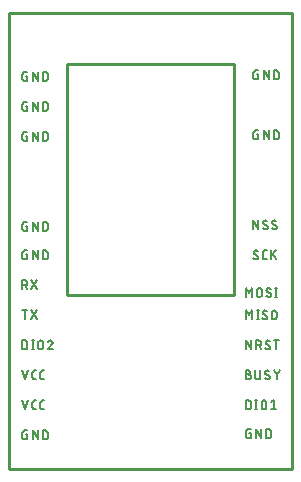
<source format=gbr>
G04 EAGLE Gerber RS-274X export*
G75*
%MOMM*%
%FSLAX34Y34*%
%LPD*%
%INSilkscreen Top*%
%IPPOS*%
%AMOC8*
5,1,8,0,0,1.08239X$1,22.5*%
G01*
%ADD10C,0.152400*%
%ADD11C,0.254000*%


D10*
X59039Y183035D02*
X60285Y183035D01*
X60285Y178882D01*
X57793Y178882D01*
X57714Y178884D01*
X57635Y178890D01*
X57557Y178899D01*
X57479Y178912D01*
X57401Y178929D01*
X57325Y178949D01*
X57250Y178973D01*
X57176Y179001D01*
X57103Y179032D01*
X57032Y179067D01*
X56963Y179105D01*
X56895Y179146D01*
X56830Y179190D01*
X56766Y179237D01*
X56705Y179288D01*
X56647Y179341D01*
X56591Y179397D01*
X56538Y179455D01*
X56487Y179516D01*
X56440Y179580D01*
X56396Y179645D01*
X56355Y179713D01*
X56317Y179782D01*
X56282Y179853D01*
X56251Y179926D01*
X56223Y180000D01*
X56199Y180075D01*
X56179Y180151D01*
X56162Y180229D01*
X56149Y180307D01*
X56140Y180385D01*
X56134Y180464D01*
X56132Y180543D01*
X56132Y184697D01*
X56134Y184776D01*
X56140Y184855D01*
X56149Y184933D01*
X56162Y185011D01*
X56179Y185089D01*
X56199Y185165D01*
X56223Y185240D01*
X56251Y185314D01*
X56282Y185387D01*
X56317Y185458D01*
X56355Y185527D01*
X56396Y185595D01*
X56440Y185660D01*
X56487Y185724D01*
X56538Y185785D01*
X56591Y185843D01*
X56647Y185899D01*
X56705Y185952D01*
X56766Y186003D01*
X56830Y186050D01*
X56895Y186094D01*
X56962Y186135D01*
X57032Y186173D01*
X57103Y186208D01*
X57176Y186239D01*
X57250Y186267D01*
X57325Y186291D01*
X57401Y186311D01*
X57479Y186328D01*
X57557Y186341D01*
X57635Y186350D01*
X57714Y186356D01*
X57793Y186358D01*
X60285Y186358D01*
X64772Y186358D02*
X64772Y178882D01*
X68925Y178882D02*
X64772Y186358D01*
X68925Y186358D02*
X68925Y178882D01*
X73412Y178882D02*
X73412Y186358D01*
X75489Y186358D01*
X75577Y186356D01*
X75665Y186351D01*
X75753Y186341D01*
X75840Y186328D01*
X75927Y186311D01*
X76012Y186291D01*
X76097Y186267D01*
X76181Y186239D01*
X76263Y186208D01*
X76345Y186174D01*
X76424Y186136D01*
X76502Y186094D01*
X76578Y186050D01*
X76652Y186002D01*
X76724Y185951D01*
X76794Y185897D01*
X76861Y185840D01*
X76926Y185780D01*
X76989Y185718D01*
X77048Y185653D01*
X77105Y185586D01*
X77159Y185516D01*
X77210Y185444D01*
X77258Y185370D01*
X77302Y185294D01*
X77344Y185216D01*
X77382Y185136D01*
X77416Y185055D01*
X77447Y184973D01*
X77475Y184889D01*
X77499Y184804D01*
X77519Y184719D01*
X77536Y184632D01*
X77549Y184545D01*
X77559Y184457D01*
X77564Y184369D01*
X77566Y184281D01*
X77565Y184281D02*
X77565Y180959D01*
X77566Y180959D02*
X77564Y180868D01*
X77558Y180778D01*
X77548Y180688D01*
X77534Y180598D01*
X77517Y180509D01*
X77495Y180421D01*
X77470Y180334D01*
X77441Y180249D01*
X77408Y180164D01*
X77371Y180081D01*
X77331Y180000D01*
X77288Y179921D01*
X77241Y179843D01*
X77190Y179768D01*
X77137Y179695D01*
X77080Y179624D01*
X77020Y179556D01*
X76958Y179490D01*
X76892Y179428D01*
X76824Y179368D01*
X76753Y179311D01*
X76680Y179258D01*
X76605Y179207D01*
X76528Y179160D01*
X76448Y179117D01*
X76367Y179077D01*
X76284Y179040D01*
X76199Y179007D01*
X76114Y178978D01*
X76027Y178953D01*
X75939Y178931D01*
X75850Y178914D01*
X75760Y178900D01*
X75670Y178890D01*
X75580Y178884D01*
X75489Y178882D01*
X73412Y178882D01*
X60285Y207165D02*
X59039Y207165D01*
X60285Y207165D02*
X60285Y203012D01*
X57793Y203012D01*
X57714Y203014D01*
X57635Y203020D01*
X57557Y203029D01*
X57479Y203042D01*
X57401Y203059D01*
X57325Y203079D01*
X57250Y203103D01*
X57176Y203131D01*
X57103Y203162D01*
X57032Y203197D01*
X56963Y203235D01*
X56895Y203276D01*
X56830Y203320D01*
X56766Y203367D01*
X56705Y203418D01*
X56647Y203471D01*
X56591Y203527D01*
X56538Y203585D01*
X56487Y203646D01*
X56440Y203710D01*
X56396Y203775D01*
X56355Y203843D01*
X56317Y203912D01*
X56282Y203983D01*
X56251Y204056D01*
X56223Y204130D01*
X56199Y204205D01*
X56179Y204281D01*
X56162Y204359D01*
X56149Y204437D01*
X56140Y204515D01*
X56134Y204594D01*
X56132Y204673D01*
X56132Y208827D01*
X56134Y208906D01*
X56140Y208985D01*
X56149Y209063D01*
X56162Y209141D01*
X56179Y209219D01*
X56199Y209295D01*
X56223Y209370D01*
X56251Y209444D01*
X56282Y209517D01*
X56317Y209588D01*
X56355Y209657D01*
X56396Y209725D01*
X56440Y209790D01*
X56487Y209854D01*
X56538Y209915D01*
X56591Y209973D01*
X56647Y210029D01*
X56705Y210082D01*
X56766Y210133D01*
X56830Y210180D01*
X56895Y210224D01*
X56962Y210265D01*
X57032Y210303D01*
X57103Y210338D01*
X57176Y210369D01*
X57250Y210397D01*
X57325Y210421D01*
X57401Y210441D01*
X57479Y210458D01*
X57557Y210471D01*
X57635Y210480D01*
X57714Y210486D01*
X57793Y210488D01*
X60285Y210488D01*
X64772Y210488D02*
X64772Y203012D01*
X68925Y203012D02*
X64772Y210488D01*
X68925Y210488D02*
X68925Y203012D01*
X73412Y203012D02*
X73412Y210488D01*
X75489Y210488D01*
X75577Y210486D01*
X75665Y210481D01*
X75753Y210471D01*
X75840Y210458D01*
X75927Y210441D01*
X76012Y210421D01*
X76097Y210397D01*
X76181Y210369D01*
X76263Y210338D01*
X76345Y210304D01*
X76424Y210266D01*
X76502Y210224D01*
X76578Y210180D01*
X76652Y210132D01*
X76724Y210081D01*
X76794Y210027D01*
X76861Y209970D01*
X76926Y209910D01*
X76989Y209848D01*
X77048Y209783D01*
X77105Y209716D01*
X77159Y209646D01*
X77210Y209574D01*
X77258Y209500D01*
X77302Y209424D01*
X77344Y209346D01*
X77382Y209266D01*
X77416Y209185D01*
X77447Y209103D01*
X77475Y209019D01*
X77499Y208934D01*
X77519Y208849D01*
X77536Y208762D01*
X77549Y208675D01*
X77559Y208587D01*
X77564Y208499D01*
X77566Y208411D01*
X77565Y208411D02*
X77565Y205089D01*
X77566Y205089D02*
X77564Y204998D01*
X77558Y204908D01*
X77548Y204818D01*
X77534Y204728D01*
X77517Y204639D01*
X77495Y204551D01*
X77470Y204464D01*
X77441Y204379D01*
X77408Y204294D01*
X77371Y204211D01*
X77331Y204130D01*
X77288Y204051D01*
X77241Y203973D01*
X77190Y203898D01*
X77137Y203825D01*
X77080Y203754D01*
X77020Y203686D01*
X76958Y203620D01*
X76892Y203558D01*
X76824Y203498D01*
X76753Y203441D01*
X76680Y203388D01*
X76605Y203337D01*
X76528Y203290D01*
X76448Y203247D01*
X76367Y203207D01*
X76284Y203170D01*
X76199Y203137D01*
X76114Y203108D01*
X76027Y203083D01*
X75939Y203061D01*
X75850Y203044D01*
X75760Y203030D01*
X75670Y203020D01*
X75580Y203014D01*
X75489Y203012D01*
X73412Y203012D01*
X56132Y160958D02*
X56132Y153482D01*
X56132Y160958D02*
X58209Y160958D01*
X58298Y160956D01*
X58388Y160950D01*
X58476Y160941D01*
X58565Y160927D01*
X58652Y160910D01*
X58739Y160889D01*
X58825Y160864D01*
X58910Y160836D01*
X58993Y160804D01*
X59076Y160769D01*
X59156Y160730D01*
X59235Y160687D01*
X59311Y160641D01*
X59386Y160592D01*
X59459Y160540D01*
X59529Y160485D01*
X59597Y160427D01*
X59662Y160365D01*
X59724Y160302D01*
X59784Y160235D01*
X59841Y160166D01*
X59895Y160095D01*
X59945Y160021D01*
X59993Y159945D01*
X60037Y159867D01*
X60078Y159788D01*
X60115Y159707D01*
X60149Y159624D01*
X60179Y159540D01*
X60205Y159454D01*
X60228Y159368D01*
X60247Y159281D01*
X60262Y159193D01*
X60274Y159104D01*
X60282Y159015D01*
X60286Y158926D01*
X60286Y158836D01*
X60282Y158747D01*
X60274Y158658D01*
X60262Y158569D01*
X60247Y158481D01*
X60228Y158394D01*
X60205Y158308D01*
X60179Y158222D01*
X60149Y158138D01*
X60115Y158055D01*
X60078Y157974D01*
X60037Y157895D01*
X59993Y157817D01*
X59945Y157741D01*
X59895Y157667D01*
X59841Y157596D01*
X59784Y157527D01*
X59724Y157460D01*
X59662Y157397D01*
X59597Y157335D01*
X59529Y157277D01*
X59459Y157222D01*
X59386Y157170D01*
X59311Y157121D01*
X59235Y157075D01*
X59156Y157032D01*
X59076Y156993D01*
X58993Y156958D01*
X58910Y156926D01*
X58825Y156898D01*
X58739Y156873D01*
X58652Y156852D01*
X58565Y156835D01*
X58476Y156821D01*
X58388Y156812D01*
X58298Y156806D01*
X58209Y156804D01*
X58209Y156805D02*
X56132Y156805D01*
X58624Y156805D02*
X60285Y153482D01*
X63735Y153482D02*
X68719Y160958D01*
X63735Y160958D02*
X68719Y153482D01*
X58209Y135558D02*
X58209Y128082D01*
X60285Y135558D02*
X56132Y135558D01*
X63277Y128082D02*
X68261Y135558D01*
X63277Y135558D02*
X68261Y128082D01*
X56132Y110158D02*
X56132Y102682D01*
X56132Y110158D02*
X58209Y110158D01*
X58297Y110156D01*
X58385Y110151D01*
X58473Y110141D01*
X58560Y110128D01*
X58647Y110111D01*
X58732Y110091D01*
X58817Y110067D01*
X58901Y110039D01*
X58983Y110008D01*
X59065Y109974D01*
X59144Y109936D01*
X59222Y109894D01*
X59298Y109850D01*
X59372Y109802D01*
X59444Y109751D01*
X59514Y109697D01*
X59581Y109640D01*
X59646Y109580D01*
X59709Y109518D01*
X59768Y109453D01*
X59825Y109386D01*
X59879Y109316D01*
X59930Y109244D01*
X59978Y109170D01*
X60022Y109094D01*
X60064Y109016D01*
X60102Y108936D01*
X60136Y108855D01*
X60167Y108773D01*
X60195Y108689D01*
X60219Y108604D01*
X60239Y108519D01*
X60256Y108432D01*
X60269Y108345D01*
X60279Y108257D01*
X60284Y108169D01*
X60286Y108081D01*
X60285Y108081D02*
X60285Y104759D01*
X60286Y104759D02*
X60284Y104668D01*
X60278Y104578D01*
X60268Y104488D01*
X60254Y104398D01*
X60237Y104309D01*
X60215Y104221D01*
X60190Y104134D01*
X60161Y104049D01*
X60128Y103964D01*
X60091Y103881D01*
X60051Y103800D01*
X60008Y103721D01*
X59961Y103643D01*
X59910Y103568D01*
X59857Y103495D01*
X59800Y103424D01*
X59740Y103356D01*
X59678Y103290D01*
X59612Y103228D01*
X59544Y103168D01*
X59473Y103111D01*
X59400Y103058D01*
X59325Y103007D01*
X59248Y102960D01*
X59168Y102917D01*
X59087Y102877D01*
X59004Y102840D01*
X58919Y102807D01*
X58834Y102778D01*
X58747Y102753D01*
X58659Y102731D01*
X58570Y102714D01*
X58480Y102700D01*
X58390Y102690D01*
X58300Y102684D01*
X58209Y102682D01*
X56132Y102682D01*
X64959Y102682D02*
X64959Y110158D01*
X65789Y102682D02*
X64128Y102682D01*
X64128Y110158D02*
X65789Y110158D01*
X69362Y108081D02*
X69362Y104759D01*
X69362Y108081D02*
X69364Y108170D01*
X69370Y108260D01*
X69379Y108348D01*
X69393Y108437D01*
X69410Y108524D01*
X69431Y108611D01*
X69456Y108697D01*
X69484Y108782D01*
X69516Y108865D01*
X69551Y108948D01*
X69590Y109028D01*
X69633Y109107D01*
X69679Y109183D01*
X69728Y109258D01*
X69780Y109331D01*
X69835Y109401D01*
X69893Y109469D01*
X69955Y109534D01*
X70018Y109596D01*
X70085Y109656D01*
X70154Y109713D01*
X70225Y109767D01*
X70299Y109817D01*
X70375Y109865D01*
X70453Y109909D01*
X70532Y109950D01*
X70613Y109987D01*
X70696Y110021D01*
X70780Y110051D01*
X70866Y110077D01*
X70952Y110100D01*
X71039Y110119D01*
X71127Y110134D01*
X71216Y110146D01*
X71305Y110154D01*
X71394Y110158D01*
X71484Y110158D01*
X71573Y110154D01*
X71662Y110146D01*
X71751Y110134D01*
X71839Y110119D01*
X71926Y110100D01*
X72012Y110077D01*
X72098Y110051D01*
X72182Y110021D01*
X72265Y109987D01*
X72346Y109950D01*
X72425Y109909D01*
X72503Y109865D01*
X72579Y109817D01*
X72653Y109767D01*
X72724Y109713D01*
X72793Y109656D01*
X72860Y109596D01*
X72923Y109534D01*
X72985Y109469D01*
X73043Y109401D01*
X73098Y109331D01*
X73150Y109258D01*
X73199Y109183D01*
X73245Y109107D01*
X73288Y109028D01*
X73327Y108948D01*
X73362Y108865D01*
X73394Y108782D01*
X73422Y108697D01*
X73447Y108611D01*
X73468Y108524D01*
X73485Y108437D01*
X73499Y108348D01*
X73508Y108260D01*
X73514Y108170D01*
X73516Y108081D01*
X73515Y108081D02*
X73515Y104759D01*
X73516Y104759D02*
X73514Y104670D01*
X73508Y104580D01*
X73499Y104492D01*
X73485Y104403D01*
X73468Y104316D01*
X73447Y104229D01*
X73422Y104143D01*
X73394Y104058D01*
X73362Y103975D01*
X73327Y103892D01*
X73288Y103812D01*
X73245Y103733D01*
X73199Y103657D01*
X73150Y103582D01*
X73098Y103509D01*
X73043Y103439D01*
X72985Y103371D01*
X72923Y103306D01*
X72860Y103244D01*
X72793Y103184D01*
X72724Y103127D01*
X72653Y103073D01*
X72579Y103023D01*
X72503Y102975D01*
X72425Y102931D01*
X72346Y102890D01*
X72265Y102853D01*
X72182Y102819D01*
X72098Y102789D01*
X72012Y102763D01*
X71926Y102740D01*
X71839Y102721D01*
X71751Y102706D01*
X71662Y102694D01*
X71573Y102686D01*
X71484Y102682D01*
X71394Y102682D01*
X71305Y102686D01*
X71216Y102694D01*
X71127Y102706D01*
X71039Y102721D01*
X70952Y102740D01*
X70866Y102763D01*
X70780Y102789D01*
X70696Y102819D01*
X70613Y102853D01*
X70532Y102890D01*
X70453Y102931D01*
X70375Y102975D01*
X70299Y103023D01*
X70225Y103073D01*
X70154Y103127D01*
X70085Y103184D01*
X70018Y103244D01*
X69955Y103306D01*
X69893Y103371D01*
X69835Y103439D01*
X69780Y103509D01*
X69728Y103582D01*
X69679Y103657D01*
X69633Y103733D01*
X69590Y103812D01*
X69551Y103892D01*
X69516Y103975D01*
X69484Y104058D01*
X69456Y104143D01*
X69431Y104229D01*
X69410Y104316D01*
X69393Y104403D01*
X69379Y104492D01*
X69370Y104580D01*
X69364Y104670D01*
X69362Y104759D01*
X79746Y110158D02*
X79830Y110156D01*
X79914Y110150D01*
X79997Y110141D01*
X80080Y110128D01*
X80162Y110111D01*
X80243Y110091D01*
X80324Y110067D01*
X80403Y110039D01*
X80481Y110008D01*
X80557Y109973D01*
X80632Y109935D01*
X80705Y109893D01*
X80776Y109849D01*
X80845Y109801D01*
X80911Y109750D01*
X80976Y109696D01*
X81038Y109640D01*
X81097Y109581D01*
X81153Y109519D01*
X81207Y109454D01*
X81258Y109388D01*
X81306Y109319D01*
X81350Y109248D01*
X81392Y109175D01*
X81430Y109100D01*
X81465Y109024D01*
X81496Y108946D01*
X81524Y108867D01*
X81548Y108786D01*
X81568Y108705D01*
X81585Y108623D01*
X81598Y108540D01*
X81607Y108457D01*
X81613Y108373D01*
X81615Y108289D01*
X79746Y110158D02*
X79649Y110156D01*
X79551Y110150D01*
X79455Y110140D01*
X79358Y110126D01*
X79262Y110109D01*
X79167Y110087D01*
X79073Y110062D01*
X78980Y110033D01*
X78889Y110000D01*
X78798Y109963D01*
X78710Y109923D01*
X78623Y109879D01*
X78538Y109832D01*
X78454Y109781D01*
X78373Y109727D01*
X78295Y109670D01*
X78218Y109609D01*
X78144Y109546D01*
X78073Y109479D01*
X78005Y109410D01*
X77939Y109338D01*
X77876Y109264D01*
X77817Y109187D01*
X77761Y109107D01*
X77707Y109025D01*
X77658Y108942D01*
X77611Y108856D01*
X77569Y108769D01*
X77529Y108679D01*
X77494Y108589D01*
X77462Y108497D01*
X80993Y106835D02*
X81054Y106895D01*
X81112Y106958D01*
X81167Y107023D01*
X81219Y107091D01*
X81269Y107161D01*
X81316Y107233D01*
X81359Y107306D01*
X81399Y107382D01*
X81436Y107459D01*
X81470Y107538D01*
X81500Y107618D01*
X81527Y107699D01*
X81551Y107781D01*
X81571Y107864D01*
X81587Y107948D01*
X81600Y108033D01*
X81609Y108118D01*
X81614Y108203D01*
X81616Y108289D01*
X80992Y106835D02*
X77462Y102682D01*
X81615Y102682D01*
X56132Y84758D02*
X58624Y77282D01*
X61116Y84758D01*
X66272Y77282D02*
X67933Y77282D01*
X66272Y77282D02*
X66193Y77284D01*
X66114Y77290D01*
X66036Y77299D01*
X65958Y77312D01*
X65880Y77329D01*
X65804Y77349D01*
X65729Y77373D01*
X65655Y77401D01*
X65582Y77432D01*
X65511Y77467D01*
X65442Y77505D01*
X65374Y77546D01*
X65309Y77590D01*
X65245Y77637D01*
X65184Y77688D01*
X65126Y77741D01*
X65070Y77797D01*
X65017Y77855D01*
X64966Y77916D01*
X64919Y77980D01*
X64875Y78045D01*
X64834Y78113D01*
X64796Y78182D01*
X64761Y78253D01*
X64730Y78326D01*
X64702Y78400D01*
X64678Y78475D01*
X64658Y78551D01*
X64641Y78629D01*
X64628Y78707D01*
X64619Y78785D01*
X64613Y78864D01*
X64611Y78943D01*
X64611Y83097D01*
X64613Y83176D01*
X64619Y83255D01*
X64628Y83333D01*
X64641Y83411D01*
X64658Y83489D01*
X64678Y83565D01*
X64702Y83640D01*
X64730Y83714D01*
X64761Y83787D01*
X64796Y83858D01*
X64834Y83927D01*
X64875Y83995D01*
X64919Y84060D01*
X64966Y84124D01*
X65017Y84185D01*
X65070Y84243D01*
X65126Y84299D01*
X65184Y84352D01*
X65245Y84403D01*
X65309Y84450D01*
X65374Y84494D01*
X65441Y84535D01*
X65511Y84573D01*
X65582Y84608D01*
X65655Y84639D01*
X65729Y84667D01*
X65804Y84691D01*
X65880Y84711D01*
X65958Y84728D01*
X66036Y84741D01*
X66114Y84750D01*
X66193Y84756D01*
X66272Y84758D01*
X67933Y84758D01*
X73022Y77282D02*
X74683Y77282D01*
X73022Y77282D02*
X72943Y77284D01*
X72864Y77290D01*
X72786Y77299D01*
X72708Y77312D01*
X72630Y77329D01*
X72554Y77349D01*
X72479Y77373D01*
X72405Y77401D01*
X72332Y77432D01*
X72261Y77467D01*
X72192Y77505D01*
X72124Y77546D01*
X72059Y77590D01*
X71995Y77637D01*
X71934Y77688D01*
X71876Y77741D01*
X71820Y77797D01*
X71767Y77855D01*
X71716Y77916D01*
X71669Y77980D01*
X71625Y78045D01*
X71584Y78113D01*
X71546Y78182D01*
X71511Y78253D01*
X71480Y78326D01*
X71452Y78400D01*
X71428Y78475D01*
X71408Y78551D01*
X71391Y78629D01*
X71378Y78707D01*
X71369Y78785D01*
X71363Y78864D01*
X71361Y78943D01*
X71361Y83097D01*
X71363Y83176D01*
X71369Y83255D01*
X71378Y83333D01*
X71391Y83411D01*
X71408Y83489D01*
X71428Y83565D01*
X71452Y83640D01*
X71480Y83714D01*
X71511Y83787D01*
X71546Y83858D01*
X71584Y83927D01*
X71625Y83995D01*
X71669Y84060D01*
X71716Y84124D01*
X71767Y84185D01*
X71820Y84243D01*
X71876Y84299D01*
X71934Y84352D01*
X71995Y84403D01*
X72059Y84450D01*
X72124Y84494D01*
X72191Y84535D01*
X72261Y84573D01*
X72332Y84608D01*
X72405Y84639D01*
X72479Y84667D01*
X72554Y84691D01*
X72630Y84711D01*
X72708Y84728D01*
X72786Y84741D01*
X72864Y84750D01*
X72943Y84756D01*
X73022Y84758D01*
X74683Y84758D01*
X56132Y59358D02*
X58624Y51882D01*
X61116Y59358D01*
X66272Y51882D02*
X67933Y51882D01*
X66272Y51882D02*
X66193Y51884D01*
X66114Y51890D01*
X66036Y51899D01*
X65958Y51912D01*
X65880Y51929D01*
X65804Y51949D01*
X65729Y51973D01*
X65655Y52001D01*
X65582Y52032D01*
X65511Y52067D01*
X65442Y52105D01*
X65374Y52146D01*
X65309Y52190D01*
X65245Y52237D01*
X65184Y52288D01*
X65126Y52341D01*
X65070Y52397D01*
X65017Y52455D01*
X64966Y52516D01*
X64919Y52580D01*
X64875Y52645D01*
X64834Y52713D01*
X64796Y52782D01*
X64761Y52853D01*
X64730Y52926D01*
X64702Y53000D01*
X64678Y53075D01*
X64658Y53151D01*
X64641Y53229D01*
X64628Y53307D01*
X64619Y53385D01*
X64613Y53464D01*
X64611Y53543D01*
X64611Y57697D01*
X64613Y57776D01*
X64619Y57855D01*
X64628Y57933D01*
X64641Y58011D01*
X64658Y58089D01*
X64678Y58165D01*
X64702Y58240D01*
X64730Y58314D01*
X64761Y58387D01*
X64796Y58458D01*
X64834Y58527D01*
X64875Y58595D01*
X64919Y58660D01*
X64966Y58724D01*
X65017Y58785D01*
X65070Y58843D01*
X65126Y58899D01*
X65184Y58952D01*
X65245Y59003D01*
X65309Y59050D01*
X65374Y59094D01*
X65441Y59135D01*
X65511Y59173D01*
X65582Y59208D01*
X65655Y59239D01*
X65729Y59267D01*
X65804Y59291D01*
X65880Y59311D01*
X65958Y59328D01*
X66036Y59341D01*
X66114Y59350D01*
X66193Y59356D01*
X66272Y59358D01*
X67933Y59358D01*
X73022Y51882D02*
X74683Y51882D01*
X73022Y51882D02*
X72943Y51884D01*
X72864Y51890D01*
X72786Y51899D01*
X72708Y51912D01*
X72630Y51929D01*
X72554Y51949D01*
X72479Y51973D01*
X72405Y52001D01*
X72332Y52032D01*
X72261Y52067D01*
X72192Y52105D01*
X72124Y52146D01*
X72059Y52190D01*
X71995Y52237D01*
X71934Y52288D01*
X71876Y52341D01*
X71820Y52397D01*
X71767Y52455D01*
X71716Y52516D01*
X71669Y52580D01*
X71625Y52645D01*
X71584Y52713D01*
X71546Y52782D01*
X71511Y52853D01*
X71480Y52926D01*
X71452Y53000D01*
X71428Y53075D01*
X71408Y53151D01*
X71391Y53229D01*
X71378Y53307D01*
X71369Y53385D01*
X71363Y53464D01*
X71361Y53543D01*
X71361Y57697D01*
X71363Y57776D01*
X71369Y57855D01*
X71378Y57933D01*
X71391Y58011D01*
X71408Y58089D01*
X71428Y58165D01*
X71452Y58240D01*
X71480Y58314D01*
X71511Y58387D01*
X71546Y58458D01*
X71584Y58527D01*
X71625Y58595D01*
X71669Y58660D01*
X71716Y58724D01*
X71767Y58785D01*
X71820Y58843D01*
X71876Y58899D01*
X71934Y58952D01*
X71995Y59003D01*
X72059Y59050D01*
X72124Y59094D01*
X72191Y59135D01*
X72261Y59173D01*
X72332Y59208D01*
X72405Y59239D01*
X72479Y59267D01*
X72554Y59291D01*
X72630Y59311D01*
X72708Y59328D01*
X72786Y59341D01*
X72864Y59350D01*
X72943Y59356D01*
X73022Y59358D01*
X74683Y59358D01*
X60285Y30635D02*
X59039Y30635D01*
X60285Y30635D02*
X60285Y26482D01*
X57793Y26482D01*
X57714Y26484D01*
X57635Y26490D01*
X57557Y26499D01*
X57479Y26512D01*
X57401Y26529D01*
X57325Y26549D01*
X57250Y26573D01*
X57176Y26601D01*
X57103Y26632D01*
X57032Y26667D01*
X56963Y26705D01*
X56895Y26746D01*
X56830Y26790D01*
X56766Y26837D01*
X56705Y26888D01*
X56647Y26941D01*
X56591Y26997D01*
X56538Y27055D01*
X56487Y27116D01*
X56440Y27180D01*
X56396Y27245D01*
X56355Y27313D01*
X56317Y27382D01*
X56282Y27453D01*
X56251Y27526D01*
X56223Y27600D01*
X56199Y27675D01*
X56179Y27751D01*
X56162Y27829D01*
X56149Y27907D01*
X56140Y27985D01*
X56134Y28064D01*
X56132Y28143D01*
X56132Y32297D01*
X56134Y32376D01*
X56140Y32455D01*
X56149Y32533D01*
X56162Y32611D01*
X56179Y32689D01*
X56199Y32765D01*
X56223Y32840D01*
X56251Y32914D01*
X56282Y32987D01*
X56317Y33058D01*
X56355Y33127D01*
X56396Y33195D01*
X56440Y33260D01*
X56487Y33324D01*
X56538Y33385D01*
X56591Y33443D01*
X56647Y33499D01*
X56705Y33552D01*
X56766Y33603D01*
X56830Y33650D01*
X56895Y33694D01*
X56962Y33735D01*
X57032Y33773D01*
X57103Y33808D01*
X57176Y33839D01*
X57250Y33867D01*
X57325Y33891D01*
X57401Y33911D01*
X57479Y33928D01*
X57557Y33941D01*
X57635Y33950D01*
X57714Y33956D01*
X57793Y33958D01*
X60285Y33958D01*
X64772Y33958D02*
X64772Y26482D01*
X68925Y26482D02*
X64772Y33958D01*
X68925Y33958D02*
X68925Y26482D01*
X73412Y26482D02*
X73412Y33958D01*
X75489Y33958D01*
X75577Y33956D01*
X75665Y33951D01*
X75753Y33941D01*
X75840Y33928D01*
X75927Y33911D01*
X76012Y33891D01*
X76097Y33867D01*
X76181Y33839D01*
X76263Y33808D01*
X76345Y33774D01*
X76424Y33736D01*
X76502Y33694D01*
X76578Y33650D01*
X76652Y33602D01*
X76724Y33551D01*
X76794Y33497D01*
X76861Y33440D01*
X76926Y33380D01*
X76989Y33318D01*
X77048Y33253D01*
X77105Y33186D01*
X77159Y33116D01*
X77210Y33044D01*
X77258Y32970D01*
X77302Y32894D01*
X77344Y32816D01*
X77382Y32736D01*
X77416Y32655D01*
X77447Y32573D01*
X77475Y32489D01*
X77499Y32404D01*
X77519Y32319D01*
X77536Y32232D01*
X77549Y32145D01*
X77559Y32057D01*
X77564Y31969D01*
X77566Y31881D01*
X77565Y31881D02*
X77565Y28559D01*
X77566Y28559D02*
X77564Y28468D01*
X77558Y28378D01*
X77548Y28288D01*
X77534Y28198D01*
X77517Y28109D01*
X77495Y28021D01*
X77470Y27934D01*
X77441Y27849D01*
X77408Y27764D01*
X77371Y27681D01*
X77331Y27600D01*
X77288Y27521D01*
X77241Y27443D01*
X77190Y27368D01*
X77137Y27295D01*
X77080Y27224D01*
X77020Y27156D01*
X76958Y27090D01*
X76892Y27028D01*
X76824Y26968D01*
X76753Y26911D01*
X76680Y26858D01*
X76605Y26807D01*
X76528Y26760D01*
X76448Y26717D01*
X76367Y26677D01*
X76284Y26640D01*
X76199Y26607D01*
X76114Y26578D01*
X76027Y26553D01*
X75939Y26531D01*
X75850Y26514D01*
X75760Y26500D01*
X75670Y26490D01*
X75580Y26484D01*
X75489Y26482D01*
X73412Y26482D01*
X60285Y283365D02*
X59039Y283365D01*
X60285Y283365D02*
X60285Y279212D01*
X57793Y279212D01*
X57714Y279214D01*
X57635Y279220D01*
X57557Y279229D01*
X57479Y279242D01*
X57401Y279259D01*
X57325Y279279D01*
X57250Y279303D01*
X57176Y279331D01*
X57103Y279362D01*
X57032Y279397D01*
X56963Y279435D01*
X56895Y279476D01*
X56830Y279520D01*
X56766Y279567D01*
X56705Y279618D01*
X56647Y279671D01*
X56591Y279727D01*
X56538Y279785D01*
X56487Y279846D01*
X56440Y279910D01*
X56396Y279975D01*
X56355Y280043D01*
X56317Y280112D01*
X56282Y280183D01*
X56251Y280256D01*
X56223Y280330D01*
X56199Y280405D01*
X56179Y280481D01*
X56162Y280559D01*
X56149Y280637D01*
X56140Y280715D01*
X56134Y280794D01*
X56132Y280873D01*
X56132Y285027D01*
X56134Y285106D01*
X56140Y285185D01*
X56149Y285263D01*
X56162Y285341D01*
X56179Y285419D01*
X56199Y285495D01*
X56223Y285570D01*
X56251Y285644D01*
X56282Y285717D01*
X56317Y285788D01*
X56355Y285857D01*
X56396Y285925D01*
X56440Y285990D01*
X56487Y286054D01*
X56538Y286115D01*
X56591Y286173D01*
X56647Y286229D01*
X56705Y286282D01*
X56766Y286333D01*
X56830Y286380D01*
X56895Y286424D01*
X56962Y286465D01*
X57032Y286503D01*
X57103Y286538D01*
X57176Y286569D01*
X57250Y286597D01*
X57325Y286621D01*
X57401Y286641D01*
X57479Y286658D01*
X57557Y286671D01*
X57635Y286680D01*
X57714Y286686D01*
X57793Y286688D01*
X60285Y286688D01*
X64772Y286688D02*
X64772Y279212D01*
X68925Y279212D02*
X64772Y286688D01*
X68925Y286688D02*
X68925Y279212D01*
X73412Y279212D02*
X73412Y286688D01*
X75489Y286688D01*
X75577Y286686D01*
X75665Y286681D01*
X75753Y286671D01*
X75840Y286658D01*
X75927Y286641D01*
X76012Y286621D01*
X76097Y286597D01*
X76181Y286569D01*
X76263Y286538D01*
X76345Y286504D01*
X76424Y286466D01*
X76502Y286424D01*
X76578Y286380D01*
X76652Y286332D01*
X76724Y286281D01*
X76794Y286227D01*
X76861Y286170D01*
X76926Y286110D01*
X76989Y286048D01*
X77048Y285983D01*
X77105Y285916D01*
X77159Y285846D01*
X77210Y285774D01*
X77258Y285700D01*
X77302Y285624D01*
X77344Y285546D01*
X77382Y285466D01*
X77416Y285385D01*
X77447Y285303D01*
X77475Y285219D01*
X77499Y285134D01*
X77519Y285049D01*
X77536Y284962D01*
X77549Y284875D01*
X77559Y284787D01*
X77564Y284699D01*
X77566Y284611D01*
X77565Y284611D02*
X77565Y281289D01*
X77566Y281289D02*
X77564Y281198D01*
X77558Y281108D01*
X77548Y281018D01*
X77534Y280928D01*
X77517Y280839D01*
X77495Y280751D01*
X77470Y280664D01*
X77441Y280579D01*
X77408Y280494D01*
X77371Y280411D01*
X77331Y280330D01*
X77288Y280251D01*
X77241Y280173D01*
X77190Y280098D01*
X77137Y280025D01*
X77080Y279954D01*
X77020Y279886D01*
X76958Y279820D01*
X76892Y279758D01*
X76824Y279698D01*
X76753Y279641D01*
X76680Y279588D01*
X76605Y279537D01*
X76528Y279490D01*
X76448Y279447D01*
X76367Y279407D01*
X76284Y279370D01*
X76199Y279337D01*
X76114Y279308D01*
X76027Y279283D01*
X75939Y279261D01*
X75850Y279244D01*
X75760Y279230D01*
X75670Y279220D01*
X75580Y279214D01*
X75489Y279212D01*
X73412Y279212D01*
X60285Y308765D02*
X59039Y308765D01*
X60285Y308765D02*
X60285Y304612D01*
X57793Y304612D01*
X57714Y304614D01*
X57635Y304620D01*
X57557Y304629D01*
X57479Y304642D01*
X57401Y304659D01*
X57325Y304679D01*
X57250Y304703D01*
X57176Y304731D01*
X57103Y304762D01*
X57032Y304797D01*
X56963Y304835D01*
X56895Y304876D01*
X56830Y304920D01*
X56766Y304967D01*
X56705Y305018D01*
X56647Y305071D01*
X56591Y305127D01*
X56538Y305185D01*
X56487Y305246D01*
X56440Y305310D01*
X56396Y305375D01*
X56355Y305443D01*
X56317Y305512D01*
X56282Y305583D01*
X56251Y305656D01*
X56223Y305730D01*
X56199Y305805D01*
X56179Y305881D01*
X56162Y305959D01*
X56149Y306037D01*
X56140Y306115D01*
X56134Y306194D01*
X56132Y306273D01*
X56132Y310427D01*
X56134Y310506D01*
X56140Y310585D01*
X56149Y310663D01*
X56162Y310741D01*
X56179Y310819D01*
X56199Y310895D01*
X56223Y310970D01*
X56251Y311044D01*
X56282Y311117D01*
X56317Y311188D01*
X56355Y311257D01*
X56396Y311325D01*
X56440Y311390D01*
X56487Y311454D01*
X56538Y311515D01*
X56591Y311573D01*
X56647Y311629D01*
X56705Y311682D01*
X56766Y311733D01*
X56830Y311780D01*
X56895Y311824D01*
X56962Y311865D01*
X57032Y311903D01*
X57103Y311938D01*
X57176Y311969D01*
X57250Y311997D01*
X57325Y312021D01*
X57401Y312041D01*
X57479Y312058D01*
X57557Y312071D01*
X57635Y312080D01*
X57714Y312086D01*
X57793Y312088D01*
X60285Y312088D01*
X64772Y312088D02*
X64772Y304612D01*
X68925Y304612D02*
X64772Y312088D01*
X68925Y312088D02*
X68925Y304612D01*
X73412Y304612D02*
X73412Y312088D01*
X75489Y312088D01*
X75577Y312086D01*
X75665Y312081D01*
X75753Y312071D01*
X75840Y312058D01*
X75927Y312041D01*
X76012Y312021D01*
X76097Y311997D01*
X76181Y311969D01*
X76263Y311938D01*
X76345Y311904D01*
X76424Y311866D01*
X76502Y311824D01*
X76578Y311780D01*
X76652Y311732D01*
X76724Y311681D01*
X76794Y311627D01*
X76861Y311570D01*
X76926Y311510D01*
X76989Y311448D01*
X77048Y311383D01*
X77105Y311316D01*
X77159Y311246D01*
X77210Y311174D01*
X77258Y311100D01*
X77302Y311024D01*
X77344Y310946D01*
X77382Y310866D01*
X77416Y310785D01*
X77447Y310703D01*
X77475Y310619D01*
X77499Y310534D01*
X77519Y310449D01*
X77536Y310362D01*
X77549Y310275D01*
X77559Y310187D01*
X77564Y310099D01*
X77566Y310011D01*
X77565Y310011D02*
X77565Y306689D01*
X77566Y306689D02*
X77564Y306598D01*
X77558Y306508D01*
X77548Y306418D01*
X77534Y306328D01*
X77517Y306239D01*
X77495Y306151D01*
X77470Y306064D01*
X77441Y305979D01*
X77408Y305894D01*
X77371Y305811D01*
X77331Y305730D01*
X77288Y305651D01*
X77241Y305573D01*
X77190Y305498D01*
X77137Y305425D01*
X77080Y305354D01*
X77020Y305286D01*
X76958Y305220D01*
X76892Y305158D01*
X76824Y305098D01*
X76753Y305041D01*
X76680Y304988D01*
X76605Y304937D01*
X76528Y304890D01*
X76448Y304847D01*
X76367Y304807D01*
X76284Y304770D01*
X76199Y304737D01*
X76114Y304708D01*
X76027Y304683D01*
X75939Y304661D01*
X75850Y304644D01*
X75760Y304630D01*
X75670Y304620D01*
X75580Y304614D01*
X75489Y304612D01*
X73412Y304612D01*
X60285Y334165D02*
X59039Y334165D01*
X60285Y334165D02*
X60285Y330012D01*
X57793Y330012D01*
X57714Y330014D01*
X57635Y330020D01*
X57557Y330029D01*
X57479Y330042D01*
X57401Y330059D01*
X57325Y330079D01*
X57250Y330103D01*
X57176Y330131D01*
X57103Y330162D01*
X57032Y330197D01*
X56963Y330235D01*
X56895Y330276D01*
X56830Y330320D01*
X56766Y330367D01*
X56705Y330418D01*
X56647Y330471D01*
X56591Y330527D01*
X56538Y330585D01*
X56487Y330646D01*
X56440Y330710D01*
X56396Y330775D01*
X56355Y330843D01*
X56317Y330912D01*
X56282Y330983D01*
X56251Y331056D01*
X56223Y331130D01*
X56199Y331205D01*
X56179Y331281D01*
X56162Y331359D01*
X56149Y331437D01*
X56140Y331515D01*
X56134Y331594D01*
X56132Y331673D01*
X56132Y335827D01*
X56134Y335906D01*
X56140Y335985D01*
X56149Y336063D01*
X56162Y336141D01*
X56179Y336219D01*
X56199Y336295D01*
X56223Y336370D01*
X56251Y336444D01*
X56282Y336517D01*
X56317Y336588D01*
X56355Y336657D01*
X56396Y336725D01*
X56440Y336790D01*
X56487Y336854D01*
X56538Y336915D01*
X56591Y336973D01*
X56647Y337029D01*
X56705Y337082D01*
X56766Y337133D01*
X56830Y337180D01*
X56895Y337224D01*
X56962Y337265D01*
X57032Y337303D01*
X57103Y337338D01*
X57176Y337369D01*
X57250Y337397D01*
X57325Y337421D01*
X57401Y337441D01*
X57479Y337458D01*
X57557Y337471D01*
X57635Y337480D01*
X57714Y337486D01*
X57793Y337488D01*
X60285Y337488D01*
X64772Y337488D02*
X64772Y330012D01*
X68925Y330012D02*
X64772Y337488D01*
X68925Y337488D02*
X68925Y330012D01*
X73412Y330012D02*
X73412Y337488D01*
X75489Y337488D01*
X75577Y337486D01*
X75665Y337481D01*
X75753Y337471D01*
X75840Y337458D01*
X75927Y337441D01*
X76012Y337421D01*
X76097Y337397D01*
X76181Y337369D01*
X76263Y337338D01*
X76345Y337304D01*
X76424Y337266D01*
X76502Y337224D01*
X76578Y337180D01*
X76652Y337132D01*
X76724Y337081D01*
X76794Y337027D01*
X76861Y336970D01*
X76926Y336910D01*
X76989Y336848D01*
X77048Y336783D01*
X77105Y336716D01*
X77159Y336646D01*
X77210Y336574D01*
X77258Y336500D01*
X77302Y336424D01*
X77344Y336346D01*
X77382Y336266D01*
X77416Y336185D01*
X77447Y336103D01*
X77475Y336019D01*
X77499Y335934D01*
X77519Y335849D01*
X77536Y335762D01*
X77549Y335675D01*
X77559Y335587D01*
X77564Y335499D01*
X77566Y335411D01*
X77565Y335411D02*
X77565Y332089D01*
X77566Y332089D02*
X77564Y331998D01*
X77558Y331908D01*
X77548Y331818D01*
X77534Y331728D01*
X77517Y331639D01*
X77495Y331551D01*
X77470Y331464D01*
X77441Y331379D01*
X77408Y331294D01*
X77371Y331211D01*
X77331Y331130D01*
X77288Y331051D01*
X77241Y330973D01*
X77190Y330898D01*
X77137Y330825D01*
X77080Y330754D01*
X77020Y330686D01*
X76958Y330620D01*
X76892Y330558D01*
X76824Y330498D01*
X76753Y330441D01*
X76680Y330388D01*
X76605Y330337D01*
X76528Y330290D01*
X76448Y330247D01*
X76367Y330207D01*
X76284Y330170D01*
X76199Y330137D01*
X76114Y330108D01*
X76027Y330083D01*
X75939Y330061D01*
X75850Y330044D01*
X75760Y330030D01*
X75670Y330020D01*
X75580Y330014D01*
X75489Y330012D01*
X73412Y330012D01*
X254619Y335435D02*
X255865Y335435D01*
X255865Y331282D01*
X253373Y331282D01*
X253294Y331284D01*
X253215Y331290D01*
X253137Y331299D01*
X253059Y331312D01*
X252981Y331329D01*
X252905Y331349D01*
X252830Y331373D01*
X252756Y331401D01*
X252683Y331432D01*
X252612Y331467D01*
X252543Y331505D01*
X252475Y331546D01*
X252410Y331590D01*
X252346Y331637D01*
X252285Y331688D01*
X252227Y331741D01*
X252171Y331797D01*
X252118Y331855D01*
X252067Y331916D01*
X252020Y331980D01*
X251976Y332045D01*
X251935Y332113D01*
X251897Y332182D01*
X251862Y332253D01*
X251831Y332326D01*
X251803Y332400D01*
X251779Y332475D01*
X251759Y332551D01*
X251742Y332629D01*
X251729Y332707D01*
X251720Y332785D01*
X251714Y332864D01*
X251712Y332943D01*
X251712Y337097D01*
X251714Y337176D01*
X251720Y337255D01*
X251729Y337333D01*
X251742Y337411D01*
X251759Y337489D01*
X251779Y337565D01*
X251803Y337640D01*
X251831Y337714D01*
X251862Y337787D01*
X251897Y337858D01*
X251935Y337927D01*
X251976Y337995D01*
X252020Y338060D01*
X252067Y338124D01*
X252118Y338185D01*
X252171Y338243D01*
X252227Y338299D01*
X252285Y338352D01*
X252346Y338403D01*
X252410Y338450D01*
X252475Y338494D01*
X252542Y338535D01*
X252612Y338573D01*
X252683Y338608D01*
X252756Y338639D01*
X252830Y338667D01*
X252905Y338691D01*
X252981Y338711D01*
X253059Y338728D01*
X253137Y338741D01*
X253215Y338750D01*
X253294Y338756D01*
X253373Y338758D01*
X255865Y338758D01*
X260352Y338758D02*
X260352Y331282D01*
X264505Y331282D02*
X260352Y338758D01*
X264505Y338758D02*
X264505Y331282D01*
X268992Y331282D02*
X268992Y338758D01*
X271069Y338758D01*
X271157Y338756D01*
X271245Y338751D01*
X271333Y338741D01*
X271420Y338728D01*
X271507Y338711D01*
X271592Y338691D01*
X271677Y338667D01*
X271761Y338639D01*
X271843Y338608D01*
X271925Y338574D01*
X272004Y338536D01*
X272082Y338494D01*
X272158Y338450D01*
X272232Y338402D01*
X272304Y338351D01*
X272374Y338297D01*
X272441Y338240D01*
X272506Y338180D01*
X272569Y338118D01*
X272628Y338053D01*
X272685Y337986D01*
X272739Y337916D01*
X272790Y337844D01*
X272838Y337770D01*
X272882Y337694D01*
X272924Y337616D01*
X272962Y337536D01*
X272996Y337455D01*
X273027Y337373D01*
X273055Y337289D01*
X273079Y337204D01*
X273099Y337119D01*
X273116Y337032D01*
X273129Y336945D01*
X273139Y336857D01*
X273144Y336769D01*
X273146Y336681D01*
X273145Y336681D02*
X273145Y333359D01*
X273146Y333359D02*
X273144Y333268D01*
X273138Y333178D01*
X273128Y333088D01*
X273114Y332998D01*
X273097Y332909D01*
X273075Y332821D01*
X273050Y332734D01*
X273021Y332649D01*
X272988Y332564D01*
X272951Y332481D01*
X272911Y332400D01*
X272868Y332321D01*
X272821Y332243D01*
X272770Y332168D01*
X272717Y332095D01*
X272660Y332024D01*
X272600Y331956D01*
X272538Y331890D01*
X272472Y331828D01*
X272404Y331768D01*
X272333Y331711D01*
X272260Y331658D01*
X272185Y331607D01*
X272108Y331560D01*
X272028Y331517D01*
X271947Y331477D01*
X271864Y331440D01*
X271779Y331407D01*
X271694Y331378D01*
X271607Y331353D01*
X271519Y331331D01*
X271430Y331314D01*
X271340Y331300D01*
X271250Y331290D01*
X271160Y331284D01*
X271069Y331282D01*
X268992Y331282D01*
X255865Y284635D02*
X254619Y284635D01*
X255865Y284635D02*
X255865Y280482D01*
X253373Y280482D01*
X253294Y280484D01*
X253215Y280490D01*
X253137Y280499D01*
X253059Y280512D01*
X252981Y280529D01*
X252905Y280549D01*
X252830Y280573D01*
X252756Y280601D01*
X252683Y280632D01*
X252612Y280667D01*
X252543Y280705D01*
X252475Y280746D01*
X252410Y280790D01*
X252346Y280837D01*
X252285Y280888D01*
X252227Y280941D01*
X252171Y280997D01*
X252118Y281055D01*
X252067Y281116D01*
X252020Y281180D01*
X251976Y281245D01*
X251935Y281313D01*
X251897Y281382D01*
X251862Y281453D01*
X251831Y281526D01*
X251803Y281600D01*
X251779Y281675D01*
X251759Y281751D01*
X251742Y281829D01*
X251729Y281907D01*
X251720Y281985D01*
X251714Y282064D01*
X251712Y282143D01*
X251712Y286297D01*
X251714Y286376D01*
X251720Y286455D01*
X251729Y286533D01*
X251742Y286611D01*
X251759Y286689D01*
X251779Y286765D01*
X251803Y286840D01*
X251831Y286914D01*
X251862Y286987D01*
X251897Y287058D01*
X251935Y287127D01*
X251976Y287195D01*
X252020Y287260D01*
X252067Y287324D01*
X252118Y287385D01*
X252171Y287443D01*
X252227Y287499D01*
X252285Y287552D01*
X252346Y287603D01*
X252410Y287650D01*
X252475Y287694D01*
X252542Y287735D01*
X252612Y287773D01*
X252683Y287808D01*
X252756Y287839D01*
X252830Y287867D01*
X252905Y287891D01*
X252981Y287911D01*
X253059Y287928D01*
X253137Y287941D01*
X253215Y287950D01*
X253294Y287956D01*
X253373Y287958D01*
X255865Y287958D01*
X260352Y287958D02*
X260352Y280482D01*
X264505Y280482D02*
X260352Y287958D01*
X264505Y287958D02*
X264505Y280482D01*
X268992Y280482D02*
X268992Y287958D01*
X271069Y287958D01*
X271157Y287956D01*
X271245Y287951D01*
X271333Y287941D01*
X271420Y287928D01*
X271507Y287911D01*
X271592Y287891D01*
X271677Y287867D01*
X271761Y287839D01*
X271843Y287808D01*
X271925Y287774D01*
X272004Y287736D01*
X272082Y287694D01*
X272158Y287650D01*
X272232Y287602D01*
X272304Y287551D01*
X272374Y287497D01*
X272441Y287440D01*
X272506Y287380D01*
X272569Y287318D01*
X272628Y287253D01*
X272685Y287186D01*
X272739Y287116D01*
X272790Y287044D01*
X272838Y286970D01*
X272882Y286894D01*
X272924Y286816D01*
X272962Y286736D01*
X272996Y286655D01*
X273027Y286573D01*
X273055Y286489D01*
X273079Y286404D01*
X273099Y286319D01*
X273116Y286232D01*
X273129Y286145D01*
X273139Y286057D01*
X273144Y285969D01*
X273146Y285881D01*
X273145Y285881D02*
X273145Y282559D01*
X273146Y282559D02*
X273144Y282468D01*
X273138Y282378D01*
X273128Y282288D01*
X273114Y282198D01*
X273097Y282109D01*
X273075Y282021D01*
X273050Y281934D01*
X273021Y281849D01*
X272988Y281764D01*
X272951Y281681D01*
X272911Y281600D01*
X272868Y281521D01*
X272821Y281443D01*
X272770Y281368D01*
X272717Y281295D01*
X272660Y281224D01*
X272600Y281156D01*
X272538Y281090D01*
X272472Y281028D01*
X272404Y280968D01*
X272333Y280911D01*
X272260Y280858D01*
X272185Y280807D01*
X272108Y280760D01*
X272028Y280717D01*
X271947Y280677D01*
X271864Y280640D01*
X271779Y280607D01*
X271694Y280578D01*
X271607Y280553D01*
X271519Y280531D01*
X271430Y280514D01*
X271340Y280500D01*
X271250Y280490D01*
X271160Y280484D01*
X271069Y280482D01*
X268992Y280482D01*
X251712Y211758D02*
X251712Y204282D01*
X255865Y204282D02*
X251712Y211758D01*
X255865Y211758D02*
X255865Y204282D01*
X262304Y204282D02*
X262383Y204284D01*
X262462Y204290D01*
X262540Y204299D01*
X262618Y204312D01*
X262696Y204329D01*
X262772Y204349D01*
X262847Y204373D01*
X262921Y204401D01*
X262994Y204432D01*
X263065Y204467D01*
X263135Y204505D01*
X263202Y204546D01*
X263267Y204590D01*
X263331Y204637D01*
X263392Y204688D01*
X263450Y204741D01*
X263506Y204797D01*
X263559Y204855D01*
X263610Y204916D01*
X263657Y204980D01*
X263701Y205045D01*
X263742Y205113D01*
X263780Y205182D01*
X263815Y205253D01*
X263846Y205326D01*
X263874Y205400D01*
X263898Y205475D01*
X263918Y205551D01*
X263935Y205629D01*
X263948Y205707D01*
X263957Y205785D01*
X263963Y205864D01*
X263965Y205943D01*
X262304Y204282D02*
X262189Y204284D01*
X262073Y204290D01*
X261958Y204299D01*
X261843Y204312D01*
X261729Y204329D01*
X261616Y204350D01*
X261503Y204375D01*
X261391Y204403D01*
X261280Y204435D01*
X261170Y204470D01*
X261061Y204509D01*
X260954Y204552D01*
X260848Y204598D01*
X260744Y204648D01*
X260641Y204701D01*
X260541Y204757D01*
X260442Y204817D01*
X260345Y204880D01*
X260250Y204946D01*
X260158Y205015D01*
X260067Y205087D01*
X259980Y205162D01*
X259894Y205240D01*
X259812Y205320D01*
X260020Y210097D02*
X260022Y210176D01*
X260028Y210255D01*
X260037Y210333D01*
X260050Y210411D01*
X260067Y210489D01*
X260087Y210565D01*
X260111Y210640D01*
X260139Y210714D01*
X260170Y210787D01*
X260205Y210858D01*
X260243Y210928D01*
X260284Y210995D01*
X260328Y211060D01*
X260375Y211124D01*
X260426Y211185D01*
X260479Y211243D01*
X260535Y211299D01*
X260593Y211352D01*
X260654Y211403D01*
X260718Y211450D01*
X260783Y211494D01*
X260851Y211535D01*
X260920Y211573D01*
X260991Y211608D01*
X261064Y211639D01*
X261138Y211667D01*
X261213Y211691D01*
X261289Y211711D01*
X261367Y211728D01*
X261445Y211741D01*
X261523Y211750D01*
X261602Y211756D01*
X261681Y211758D01*
X261787Y211756D01*
X261892Y211751D01*
X261997Y211742D01*
X262102Y211729D01*
X262206Y211713D01*
X262310Y211694D01*
X262413Y211671D01*
X262515Y211644D01*
X262616Y211614D01*
X262716Y211581D01*
X262815Y211544D01*
X262912Y211504D01*
X263009Y211461D01*
X263103Y211414D01*
X263196Y211365D01*
X263288Y211312D01*
X263377Y211256D01*
X263464Y211197D01*
X263550Y211135D01*
X260851Y208644D02*
X260783Y208686D01*
X260717Y208731D01*
X260654Y208779D01*
X260593Y208830D01*
X260534Y208884D01*
X260479Y208941D01*
X260425Y209000D01*
X260375Y209062D01*
X260328Y209126D01*
X260283Y209192D01*
X260242Y209260D01*
X260204Y209330D01*
X260170Y209402D01*
X260139Y209475D01*
X260111Y209550D01*
X260087Y209626D01*
X260067Y209703D01*
X260050Y209780D01*
X260037Y209859D01*
X260028Y209938D01*
X260022Y210017D01*
X260020Y210097D01*
X263135Y207396D02*
X263202Y207354D01*
X263268Y207309D01*
X263331Y207261D01*
X263392Y207210D01*
X263451Y207156D01*
X263506Y207099D01*
X263560Y207040D01*
X263610Y206978D01*
X263657Y206914D01*
X263702Y206848D01*
X263743Y206780D01*
X263781Y206710D01*
X263815Y206638D01*
X263846Y206565D01*
X263874Y206490D01*
X263898Y206414D01*
X263918Y206337D01*
X263935Y206260D01*
X263948Y206181D01*
X263957Y206102D01*
X263963Y206023D01*
X263965Y205943D01*
X263135Y207397D02*
X260850Y208643D01*
X269864Y204282D02*
X269943Y204284D01*
X270022Y204290D01*
X270100Y204299D01*
X270178Y204312D01*
X270256Y204329D01*
X270332Y204349D01*
X270407Y204373D01*
X270481Y204401D01*
X270554Y204432D01*
X270625Y204467D01*
X270695Y204505D01*
X270762Y204546D01*
X270827Y204590D01*
X270891Y204637D01*
X270952Y204688D01*
X271010Y204741D01*
X271066Y204797D01*
X271119Y204855D01*
X271170Y204916D01*
X271217Y204980D01*
X271261Y205045D01*
X271302Y205113D01*
X271340Y205182D01*
X271375Y205253D01*
X271406Y205326D01*
X271434Y205400D01*
X271458Y205475D01*
X271478Y205551D01*
X271495Y205629D01*
X271508Y205707D01*
X271517Y205785D01*
X271523Y205864D01*
X271525Y205943D01*
X269864Y204282D02*
X269749Y204284D01*
X269633Y204290D01*
X269518Y204299D01*
X269403Y204312D01*
X269289Y204329D01*
X269176Y204350D01*
X269063Y204375D01*
X268951Y204403D01*
X268840Y204435D01*
X268730Y204470D01*
X268621Y204509D01*
X268514Y204552D01*
X268408Y204598D01*
X268304Y204648D01*
X268201Y204701D01*
X268101Y204757D01*
X268002Y204817D01*
X267905Y204880D01*
X267810Y204946D01*
X267718Y205015D01*
X267627Y205087D01*
X267540Y205162D01*
X267454Y205240D01*
X267372Y205320D01*
X267580Y210097D02*
X267582Y210176D01*
X267588Y210255D01*
X267597Y210333D01*
X267610Y210411D01*
X267627Y210489D01*
X267647Y210565D01*
X267671Y210640D01*
X267699Y210714D01*
X267730Y210787D01*
X267765Y210858D01*
X267803Y210928D01*
X267844Y210995D01*
X267888Y211060D01*
X267935Y211124D01*
X267986Y211185D01*
X268039Y211243D01*
X268095Y211299D01*
X268153Y211352D01*
X268214Y211403D01*
X268278Y211450D01*
X268343Y211494D01*
X268411Y211535D01*
X268480Y211573D01*
X268551Y211608D01*
X268624Y211639D01*
X268698Y211667D01*
X268773Y211691D01*
X268849Y211711D01*
X268927Y211728D01*
X269005Y211741D01*
X269083Y211750D01*
X269162Y211756D01*
X269241Y211758D01*
X269347Y211756D01*
X269452Y211751D01*
X269557Y211742D01*
X269662Y211729D01*
X269766Y211713D01*
X269870Y211694D01*
X269973Y211671D01*
X270075Y211644D01*
X270176Y211614D01*
X270276Y211581D01*
X270375Y211544D01*
X270472Y211504D01*
X270569Y211461D01*
X270663Y211414D01*
X270756Y211365D01*
X270848Y211312D01*
X270937Y211256D01*
X271024Y211197D01*
X271110Y211135D01*
X268411Y208644D02*
X268343Y208686D01*
X268277Y208731D01*
X268214Y208779D01*
X268153Y208830D01*
X268094Y208884D01*
X268039Y208941D01*
X267985Y209000D01*
X267935Y209062D01*
X267888Y209126D01*
X267843Y209192D01*
X267802Y209260D01*
X267764Y209330D01*
X267730Y209402D01*
X267699Y209475D01*
X267671Y209550D01*
X267647Y209626D01*
X267627Y209703D01*
X267610Y209780D01*
X267597Y209859D01*
X267588Y209938D01*
X267582Y210017D01*
X267580Y210097D01*
X270695Y207396D02*
X270762Y207354D01*
X270828Y207309D01*
X270891Y207261D01*
X270952Y207210D01*
X271011Y207156D01*
X271066Y207099D01*
X271120Y207040D01*
X271170Y206978D01*
X271217Y206914D01*
X271262Y206848D01*
X271303Y206780D01*
X271341Y206710D01*
X271375Y206638D01*
X271406Y206565D01*
X271434Y206490D01*
X271458Y206414D01*
X271478Y206337D01*
X271495Y206260D01*
X271508Y206181D01*
X271517Y206102D01*
X271523Y206023D01*
X271525Y205943D01*
X270695Y207397D02*
X268410Y208643D01*
X255865Y180543D02*
X255863Y180464D01*
X255857Y180385D01*
X255848Y180307D01*
X255835Y180229D01*
X255818Y180151D01*
X255798Y180075D01*
X255774Y180000D01*
X255746Y179926D01*
X255715Y179853D01*
X255680Y179782D01*
X255642Y179713D01*
X255601Y179645D01*
X255557Y179580D01*
X255510Y179516D01*
X255459Y179455D01*
X255406Y179397D01*
X255350Y179341D01*
X255292Y179288D01*
X255231Y179237D01*
X255167Y179190D01*
X255102Y179146D01*
X255035Y179105D01*
X254965Y179067D01*
X254894Y179032D01*
X254821Y179001D01*
X254747Y178973D01*
X254672Y178949D01*
X254596Y178929D01*
X254518Y178912D01*
X254440Y178899D01*
X254362Y178890D01*
X254283Y178884D01*
X254204Y178882D01*
X254089Y178884D01*
X253973Y178890D01*
X253858Y178899D01*
X253743Y178912D01*
X253629Y178929D01*
X253516Y178950D01*
X253403Y178975D01*
X253291Y179003D01*
X253180Y179035D01*
X253070Y179070D01*
X252961Y179109D01*
X252854Y179152D01*
X252748Y179198D01*
X252644Y179248D01*
X252541Y179301D01*
X252441Y179357D01*
X252342Y179417D01*
X252245Y179480D01*
X252150Y179546D01*
X252058Y179615D01*
X251967Y179687D01*
X251880Y179762D01*
X251794Y179840D01*
X251712Y179920D01*
X251920Y184697D02*
X251922Y184776D01*
X251928Y184855D01*
X251937Y184933D01*
X251950Y185011D01*
X251967Y185089D01*
X251987Y185165D01*
X252011Y185240D01*
X252039Y185314D01*
X252070Y185387D01*
X252105Y185458D01*
X252143Y185528D01*
X252184Y185595D01*
X252228Y185660D01*
X252275Y185724D01*
X252326Y185785D01*
X252379Y185843D01*
X252435Y185899D01*
X252493Y185952D01*
X252554Y186003D01*
X252618Y186050D01*
X252683Y186094D01*
X252751Y186135D01*
X252820Y186173D01*
X252891Y186208D01*
X252964Y186239D01*
X253038Y186267D01*
X253113Y186291D01*
X253189Y186311D01*
X253267Y186328D01*
X253345Y186341D01*
X253423Y186350D01*
X253502Y186356D01*
X253581Y186358D01*
X253687Y186356D01*
X253792Y186351D01*
X253897Y186342D01*
X254002Y186329D01*
X254106Y186313D01*
X254210Y186294D01*
X254313Y186271D01*
X254415Y186244D01*
X254516Y186214D01*
X254616Y186181D01*
X254715Y186144D01*
X254812Y186104D01*
X254909Y186061D01*
X255003Y186014D01*
X255096Y185965D01*
X255188Y185912D01*
X255277Y185856D01*
X255364Y185797D01*
X255450Y185735D01*
X252751Y183244D02*
X252683Y183286D01*
X252617Y183331D01*
X252554Y183379D01*
X252493Y183430D01*
X252434Y183484D01*
X252379Y183541D01*
X252325Y183600D01*
X252275Y183662D01*
X252228Y183726D01*
X252183Y183792D01*
X252142Y183860D01*
X252104Y183930D01*
X252070Y184002D01*
X252039Y184075D01*
X252011Y184150D01*
X251987Y184226D01*
X251967Y184303D01*
X251950Y184380D01*
X251937Y184459D01*
X251928Y184538D01*
X251922Y184617D01*
X251920Y184697D01*
X255035Y181996D02*
X255102Y181954D01*
X255168Y181909D01*
X255231Y181861D01*
X255292Y181810D01*
X255351Y181756D01*
X255406Y181699D01*
X255460Y181640D01*
X255510Y181578D01*
X255557Y181514D01*
X255602Y181448D01*
X255643Y181380D01*
X255681Y181310D01*
X255715Y181238D01*
X255746Y181165D01*
X255774Y181090D01*
X255798Y181014D01*
X255818Y180937D01*
X255835Y180860D01*
X255848Y180781D01*
X255857Y180702D01*
X255863Y180623D01*
X255865Y180543D01*
X255035Y181997D02*
X252750Y183243D01*
X261167Y178882D02*
X262828Y178882D01*
X261167Y178882D02*
X261088Y178884D01*
X261009Y178890D01*
X260931Y178899D01*
X260853Y178912D01*
X260775Y178929D01*
X260699Y178949D01*
X260624Y178973D01*
X260550Y179001D01*
X260477Y179032D01*
X260406Y179067D01*
X260337Y179105D01*
X260269Y179146D01*
X260204Y179190D01*
X260140Y179237D01*
X260079Y179288D01*
X260021Y179341D01*
X259965Y179397D01*
X259912Y179455D01*
X259861Y179516D01*
X259814Y179580D01*
X259770Y179645D01*
X259729Y179713D01*
X259691Y179782D01*
X259656Y179853D01*
X259625Y179926D01*
X259597Y180000D01*
X259573Y180075D01*
X259553Y180151D01*
X259536Y180229D01*
X259523Y180307D01*
X259514Y180385D01*
X259508Y180464D01*
X259506Y180543D01*
X259505Y180543D02*
X259505Y184697D01*
X259506Y184697D02*
X259508Y184776D01*
X259514Y184855D01*
X259523Y184933D01*
X259536Y185011D01*
X259553Y185089D01*
X259573Y185165D01*
X259597Y185240D01*
X259625Y185314D01*
X259656Y185387D01*
X259691Y185458D01*
X259729Y185527D01*
X259770Y185595D01*
X259814Y185660D01*
X259861Y185724D01*
X259912Y185785D01*
X259965Y185843D01*
X260021Y185899D01*
X260079Y185952D01*
X260140Y186003D01*
X260204Y186050D01*
X260269Y186094D01*
X260336Y186135D01*
X260406Y186173D01*
X260477Y186208D01*
X260550Y186239D01*
X260624Y186267D01*
X260699Y186291D01*
X260775Y186311D01*
X260853Y186328D01*
X260931Y186341D01*
X261009Y186350D01*
X261088Y186356D01*
X261167Y186358D01*
X262828Y186358D01*
X266749Y186358D02*
X266749Y178882D01*
X266749Y181789D02*
X270902Y186358D01*
X268410Y183451D02*
X270902Y178882D01*
X245362Y154608D02*
X245362Y147132D01*
X247854Y150455D02*
X245362Y154608D01*
X247854Y150455D02*
X250346Y154608D01*
X250346Y147132D01*
X254687Y149209D02*
X254687Y152531D01*
X254689Y152620D01*
X254695Y152710D01*
X254704Y152798D01*
X254718Y152887D01*
X254735Y152974D01*
X254756Y153061D01*
X254781Y153147D01*
X254809Y153232D01*
X254841Y153315D01*
X254876Y153398D01*
X254915Y153478D01*
X254958Y153557D01*
X255004Y153633D01*
X255053Y153708D01*
X255105Y153781D01*
X255160Y153851D01*
X255218Y153919D01*
X255280Y153984D01*
X255343Y154046D01*
X255410Y154106D01*
X255479Y154163D01*
X255550Y154217D01*
X255624Y154267D01*
X255700Y154315D01*
X255778Y154359D01*
X255857Y154400D01*
X255938Y154437D01*
X256021Y154471D01*
X256105Y154501D01*
X256191Y154527D01*
X256277Y154550D01*
X256364Y154569D01*
X256452Y154584D01*
X256541Y154596D01*
X256630Y154604D01*
X256719Y154608D01*
X256809Y154608D01*
X256898Y154604D01*
X256987Y154596D01*
X257076Y154584D01*
X257164Y154569D01*
X257251Y154550D01*
X257337Y154527D01*
X257423Y154501D01*
X257507Y154471D01*
X257590Y154437D01*
X257671Y154400D01*
X257750Y154359D01*
X257828Y154315D01*
X257904Y154267D01*
X257978Y154217D01*
X258049Y154163D01*
X258118Y154106D01*
X258185Y154046D01*
X258248Y153984D01*
X258310Y153919D01*
X258368Y153851D01*
X258423Y153781D01*
X258475Y153708D01*
X258524Y153633D01*
X258570Y153557D01*
X258613Y153478D01*
X258652Y153398D01*
X258687Y153315D01*
X258719Y153232D01*
X258747Y153147D01*
X258772Y153061D01*
X258793Y152974D01*
X258810Y152887D01*
X258824Y152798D01*
X258833Y152710D01*
X258839Y152620D01*
X258841Y152531D01*
X258841Y149209D01*
X258839Y149120D01*
X258833Y149030D01*
X258824Y148942D01*
X258810Y148853D01*
X258793Y148766D01*
X258772Y148679D01*
X258747Y148593D01*
X258719Y148508D01*
X258687Y148425D01*
X258652Y148342D01*
X258613Y148262D01*
X258570Y148183D01*
X258524Y148107D01*
X258475Y148032D01*
X258423Y147959D01*
X258368Y147889D01*
X258310Y147821D01*
X258248Y147756D01*
X258185Y147694D01*
X258118Y147634D01*
X258049Y147577D01*
X257978Y147523D01*
X257904Y147473D01*
X257828Y147425D01*
X257750Y147381D01*
X257671Y147340D01*
X257590Y147303D01*
X257507Y147269D01*
X257423Y147239D01*
X257337Y147213D01*
X257251Y147190D01*
X257164Y147171D01*
X257076Y147156D01*
X256987Y147144D01*
X256898Y147136D01*
X256809Y147132D01*
X256719Y147132D01*
X256630Y147136D01*
X256541Y147144D01*
X256452Y147156D01*
X256364Y147171D01*
X256277Y147190D01*
X256191Y147213D01*
X256105Y147239D01*
X256021Y147269D01*
X255938Y147303D01*
X255857Y147340D01*
X255778Y147381D01*
X255700Y147425D01*
X255624Y147473D01*
X255550Y147523D01*
X255479Y147577D01*
X255410Y147634D01*
X255343Y147694D01*
X255280Y147756D01*
X255218Y147821D01*
X255160Y147889D01*
X255105Y147959D01*
X255053Y148032D01*
X255004Y148107D01*
X254958Y148183D01*
X254915Y148262D01*
X254876Y148342D01*
X254841Y148425D01*
X254809Y148508D01*
X254781Y148593D01*
X254756Y148679D01*
X254735Y148766D01*
X254718Y148853D01*
X254704Y148942D01*
X254695Y149030D01*
X254689Y149120D01*
X254687Y149209D01*
X265009Y147132D02*
X265088Y147134D01*
X265167Y147140D01*
X265245Y147149D01*
X265323Y147162D01*
X265401Y147179D01*
X265477Y147199D01*
X265552Y147223D01*
X265626Y147251D01*
X265699Y147282D01*
X265770Y147317D01*
X265840Y147355D01*
X265907Y147396D01*
X265972Y147440D01*
X266036Y147487D01*
X266097Y147538D01*
X266155Y147591D01*
X266211Y147647D01*
X266264Y147705D01*
X266315Y147766D01*
X266362Y147830D01*
X266406Y147895D01*
X266447Y147963D01*
X266485Y148032D01*
X266520Y148103D01*
X266551Y148176D01*
X266579Y148250D01*
X266603Y148325D01*
X266623Y148401D01*
X266640Y148479D01*
X266653Y148557D01*
X266662Y148635D01*
X266668Y148714D01*
X266670Y148793D01*
X265009Y147132D02*
X264894Y147134D01*
X264778Y147140D01*
X264663Y147149D01*
X264548Y147162D01*
X264434Y147179D01*
X264321Y147200D01*
X264208Y147225D01*
X264096Y147253D01*
X263985Y147285D01*
X263875Y147320D01*
X263766Y147359D01*
X263659Y147402D01*
X263553Y147448D01*
X263449Y147498D01*
X263346Y147551D01*
X263246Y147607D01*
X263147Y147667D01*
X263050Y147730D01*
X262955Y147796D01*
X262863Y147865D01*
X262772Y147937D01*
X262685Y148012D01*
X262599Y148090D01*
X262517Y148170D01*
X262725Y152947D02*
X262727Y153026D01*
X262733Y153105D01*
X262742Y153183D01*
X262755Y153261D01*
X262772Y153339D01*
X262792Y153415D01*
X262816Y153490D01*
X262844Y153564D01*
X262875Y153637D01*
X262910Y153708D01*
X262948Y153778D01*
X262989Y153845D01*
X263033Y153910D01*
X263080Y153974D01*
X263131Y154035D01*
X263184Y154093D01*
X263240Y154149D01*
X263298Y154202D01*
X263359Y154253D01*
X263423Y154300D01*
X263488Y154344D01*
X263556Y154385D01*
X263625Y154423D01*
X263696Y154458D01*
X263769Y154489D01*
X263843Y154517D01*
X263918Y154541D01*
X263994Y154561D01*
X264072Y154578D01*
X264150Y154591D01*
X264228Y154600D01*
X264307Y154606D01*
X264386Y154608D01*
X264492Y154606D01*
X264597Y154601D01*
X264702Y154592D01*
X264807Y154579D01*
X264911Y154563D01*
X265015Y154544D01*
X265118Y154521D01*
X265220Y154494D01*
X265321Y154464D01*
X265421Y154431D01*
X265520Y154394D01*
X265617Y154354D01*
X265714Y154311D01*
X265808Y154264D01*
X265901Y154215D01*
X265993Y154162D01*
X266082Y154106D01*
X266169Y154047D01*
X266255Y153985D01*
X263556Y151494D02*
X263488Y151536D01*
X263422Y151581D01*
X263359Y151629D01*
X263298Y151680D01*
X263239Y151734D01*
X263184Y151791D01*
X263130Y151850D01*
X263080Y151912D01*
X263033Y151976D01*
X262988Y152042D01*
X262947Y152110D01*
X262909Y152180D01*
X262875Y152252D01*
X262844Y152325D01*
X262816Y152400D01*
X262792Y152476D01*
X262772Y152553D01*
X262755Y152630D01*
X262742Y152709D01*
X262733Y152788D01*
X262727Y152867D01*
X262725Y152947D01*
X265840Y150246D02*
X265907Y150204D01*
X265973Y150159D01*
X266036Y150111D01*
X266097Y150060D01*
X266156Y150006D01*
X266211Y149949D01*
X266265Y149890D01*
X266315Y149828D01*
X266362Y149764D01*
X266407Y149698D01*
X266448Y149630D01*
X266486Y149560D01*
X266520Y149488D01*
X266551Y149415D01*
X266579Y149340D01*
X266603Y149264D01*
X266623Y149187D01*
X266640Y149110D01*
X266653Y149031D01*
X266662Y148952D01*
X266668Y148873D01*
X266670Y148793D01*
X265840Y150247D02*
X263556Y151493D01*
X270804Y154608D02*
X270804Y147132D01*
X269973Y147132D02*
X271635Y147132D01*
X271635Y154608D02*
X269973Y154608D01*
X245362Y135558D02*
X245362Y128082D01*
X247854Y131405D02*
X245362Y135558D01*
X247854Y131405D02*
X250346Y135558D01*
X250346Y128082D01*
X255144Y128082D02*
X255144Y135558D01*
X254313Y128082D02*
X255975Y128082D01*
X255975Y135558D02*
X254313Y135558D01*
X261769Y128082D02*
X261848Y128084D01*
X261927Y128090D01*
X262005Y128099D01*
X262083Y128112D01*
X262161Y128129D01*
X262237Y128149D01*
X262312Y128173D01*
X262386Y128201D01*
X262459Y128232D01*
X262530Y128267D01*
X262600Y128305D01*
X262667Y128346D01*
X262732Y128390D01*
X262796Y128437D01*
X262857Y128488D01*
X262915Y128541D01*
X262971Y128597D01*
X263024Y128655D01*
X263075Y128716D01*
X263122Y128780D01*
X263166Y128845D01*
X263207Y128913D01*
X263245Y128982D01*
X263280Y129053D01*
X263311Y129126D01*
X263339Y129200D01*
X263363Y129275D01*
X263383Y129351D01*
X263400Y129429D01*
X263413Y129507D01*
X263422Y129585D01*
X263428Y129664D01*
X263430Y129743D01*
X261769Y128082D02*
X261654Y128084D01*
X261538Y128090D01*
X261423Y128099D01*
X261308Y128112D01*
X261194Y128129D01*
X261081Y128150D01*
X260968Y128175D01*
X260856Y128203D01*
X260745Y128235D01*
X260635Y128270D01*
X260526Y128309D01*
X260419Y128352D01*
X260313Y128398D01*
X260209Y128448D01*
X260106Y128501D01*
X260006Y128557D01*
X259907Y128617D01*
X259810Y128680D01*
X259715Y128746D01*
X259623Y128815D01*
X259532Y128887D01*
X259445Y128962D01*
X259359Y129040D01*
X259277Y129120D01*
X259485Y133897D02*
X259487Y133976D01*
X259493Y134055D01*
X259502Y134133D01*
X259515Y134211D01*
X259532Y134289D01*
X259552Y134365D01*
X259576Y134440D01*
X259604Y134514D01*
X259635Y134587D01*
X259670Y134658D01*
X259708Y134728D01*
X259749Y134795D01*
X259793Y134860D01*
X259840Y134924D01*
X259891Y134985D01*
X259944Y135043D01*
X260000Y135099D01*
X260058Y135152D01*
X260119Y135203D01*
X260183Y135250D01*
X260248Y135294D01*
X260316Y135335D01*
X260385Y135373D01*
X260456Y135408D01*
X260529Y135439D01*
X260603Y135467D01*
X260678Y135491D01*
X260754Y135511D01*
X260832Y135528D01*
X260910Y135541D01*
X260988Y135550D01*
X261067Y135556D01*
X261146Y135558D01*
X261252Y135556D01*
X261357Y135551D01*
X261462Y135542D01*
X261567Y135529D01*
X261671Y135513D01*
X261775Y135494D01*
X261878Y135471D01*
X261980Y135444D01*
X262081Y135414D01*
X262181Y135381D01*
X262280Y135344D01*
X262377Y135304D01*
X262474Y135261D01*
X262568Y135214D01*
X262661Y135165D01*
X262753Y135112D01*
X262842Y135056D01*
X262929Y134997D01*
X263015Y134935D01*
X260316Y132444D02*
X260248Y132486D01*
X260182Y132531D01*
X260119Y132579D01*
X260058Y132630D01*
X259999Y132684D01*
X259944Y132741D01*
X259890Y132800D01*
X259840Y132862D01*
X259793Y132926D01*
X259748Y132992D01*
X259707Y133060D01*
X259669Y133130D01*
X259635Y133202D01*
X259604Y133275D01*
X259576Y133350D01*
X259552Y133426D01*
X259532Y133503D01*
X259515Y133580D01*
X259502Y133659D01*
X259493Y133738D01*
X259487Y133817D01*
X259485Y133897D01*
X262600Y131196D02*
X262667Y131154D01*
X262733Y131109D01*
X262796Y131061D01*
X262857Y131010D01*
X262916Y130956D01*
X262971Y130899D01*
X263025Y130840D01*
X263075Y130778D01*
X263122Y130714D01*
X263167Y130648D01*
X263208Y130580D01*
X263246Y130510D01*
X263280Y130438D01*
X263311Y130365D01*
X263339Y130290D01*
X263363Y130214D01*
X263383Y130137D01*
X263400Y130060D01*
X263413Y129981D01*
X263422Y129902D01*
X263428Y129823D01*
X263430Y129743D01*
X262600Y131197D02*
X260316Y132443D01*
X267107Y133481D02*
X267107Y130159D01*
X267107Y133481D02*
X267109Y133570D01*
X267115Y133660D01*
X267124Y133748D01*
X267138Y133837D01*
X267155Y133924D01*
X267176Y134011D01*
X267201Y134097D01*
X267229Y134182D01*
X267261Y134265D01*
X267296Y134348D01*
X267335Y134428D01*
X267378Y134507D01*
X267424Y134583D01*
X267473Y134658D01*
X267525Y134731D01*
X267580Y134801D01*
X267638Y134869D01*
X267700Y134934D01*
X267763Y134996D01*
X267830Y135056D01*
X267899Y135113D01*
X267970Y135167D01*
X268044Y135217D01*
X268120Y135265D01*
X268198Y135309D01*
X268277Y135350D01*
X268358Y135387D01*
X268441Y135421D01*
X268525Y135451D01*
X268611Y135477D01*
X268697Y135500D01*
X268784Y135519D01*
X268872Y135534D01*
X268961Y135546D01*
X269050Y135554D01*
X269139Y135558D01*
X269229Y135558D01*
X269318Y135554D01*
X269407Y135546D01*
X269496Y135534D01*
X269584Y135519D01*
X269671Y135500D01*
X269757Y135477D01*
X269843Y135451D01*
X269927Y135421D01*
X270010Y135387D01*
X270091Y135350D01*
X270170Y135309D01*
X270248Y135265D01*
X270324Y135217D01*
X270398Y135167D01*
X270469Y135113D01*
X270538Y135056D01*
X270605Y134996D01*
X270668Y134934D01*
X270730Y134869D01*
X270788Y134801D01*
X270843Y134731D01*
X270895Y134658D01*
X270944Y134583D01*
X270990Y134507D01*
X271033Y134428D01*
X271072Y134348D01*
X271107Y134265D01*
X271139Y134182D01*
X271167Y134097D01*
X271192Y134011D01*
X271213Y133924D01*
X271230Y133837D01*
X271244Y133748D01*
X271253Y133660D01*
X271259Y133570D01*
X271261Y133481D01*
X271261Y130159D01*
X271259Y130070D01*
X271253Y129980D01*
X271244Y129892D01*
X271230Y129803D01*
X271213Y129716D01*
X271192Y129629D01*
X271167Y129543D01*
X271139Y129458D01*
X271107Y129375D01*
X271072Y129292D01*
X271033Y129212D01*
X270990Y129133D01*
X270944Y129057D01*
X270895Y128982D01*
X270843Y128909D01*
X270788Y128839D01*
X270730Y128771D01*
X270668Y128706D01*
X270605Y128644D01*
X270538Y128584D01*
X270469Y128527D01*
X270398Y128473D01*
X270324Y128423D01*
X270248Y128375D01*
X270170Y128331D01*
X270091Y128290D01*
X270010Y128253D01*
X269927Y128219D01*
X269843Y128189D01*
X269757Y128163D01*
X269671Y128140D01*
X269584Y128121D01*
X269496Y128106D01*
X269407Y128094D01*
X269318Y128086D01*
X269229Y128082D01*
X269139Y128082D01*
X269050Y128086D01*
X268961Y128094D01*
X268872Y128106D01*
X268784Y128121D01*
X268697Y128140D01*
X268611Y128163D01*
X268525Y128189D01*
X268441Y128219D01*
X268358Y128253D01*
X268277Y128290D01*
X268198Y128331D01*
X268120Y128375D01*
X268044Y128423D01*
X267970Y128473D01*
X267899Y128527D01*
X267830Y128584D01*
X267763Y128644D01*
X267700Y128706D01*
X267638Y128771D01*
X267580Y128839D01*
X267525Y128909D01*
X267473Y128982D01*
X267424Y129057D01*
X267378Y129133D01*
X267335Y129212D01*
X267296Y129292D01*
X267261Y129375D01*
X267229Y129458D01*
X267201Y129543D01*
X267176Y129629D01*
X267155Y129716D01*
X267138Y129803D01*
X267124Y129892D01*
X267115Y129980D01*
X267109Y130070D01*
X267107Y130159D01*
X245362Y110158D02*
X245362Y102682D01*
X249515Y102682D02*
X245362Y110158D01*
X249515Y110158D02*
X249515Y102682D01*
X254083Y102682D02*
X254083Y110158D01*
X256160Y110158D01*
X256249Y110156D01*
X256339Y110150D01*
X256427Y110141D01*
X256516Y110127D01*
X256603Y110110D01*
X256690Y110089D01*
X256776Y110064D01*
X256861Y110036D01*
X256944Y110004D01*
X257027Y109969D01*
X257107Y109930D01*
X257186Y109887D01*
X257262Y109841D01*
X257337Y109792D01*
X257410Y109740D01*
X257480Y109685D01*
X257548Y109627D01*
X257613Y109565D01*
X257675Y109502D01*
X257735Y109435D01*
X257792Y109366D01*
X257846Y109295D01*
X257896Y109221D01*
X257944Y109145D01*
X257988Y109067D01*
X258029Y108988D01*
X258066Y108907D01*
X258100Y108824D01*
X258130Y108740D01*
X258156Y108654D01*
X258179Y108568D01*
X258198Y108481D01*
X258213Y108393D01*
X258225Y108304D01*
X258233Y108215D01*
X258237Y108126D01*
X258237Y108036D01*
X258233Y107947D01*
X258225Y107858D01*
X258213Y107769D01*
X258198Y107681D01*
X258179Y107594D01*
X258156Y107508D01*
X258130Y107422D01*
X258100Y107338D01*
X258066Y107255D01*
X258029Y107174D01*
X257988Y107095D01*
X257944Y107017D01*
X257896Y106941D01*
X257846Y106867D01*
X257792Y106796D01*
X257735Y106727D01*
X257675Y106660D01*
X257613Y106597D01*
X257548Y106535D01*
X257480Y106477D01*
X257410Y106422D01*
X257337Y106370D01*
X257262Y106321D01*
X257186Y106275D01*
X257107Y106232D01*
X257027Y106193D01*
X256944Y106158D01*
X256861Y106126D01*
X256776Y106098D01*
X256690Y106073D01*
X256603Y106052D01*
X256516Y106035D01*
X256427Y106021D01*
X256339Y106012D01*
X256249Y106006D01*
X256160Y106004D01*
X256160Y106005D02*
X254083Y106005D01*
X256575Y106005D02*
X258237Y102682D01*
X264324Y102682D02*
X264403Y102684D01*
X264482Y102690D01*
X264560Y102699D01*
X264638Y102712D01*
X264716Y102729D01*
X264792Y102749D01*
X264867Y102773D01*
X264941Y102801D01*
X265014Y102832D01*
X265085Y102867D01*
X265155Y102905D01*
X265222Y102946D01*
X265287Y102990D01*
X265351Y103037D01*
X265412Y103088D01*
X265470Y103141D01*
X265526Y103197D01*
X265579Y103255D01*
X265630Y103316D01*
X265677Y103380D01*
X265721Y103445D01*
X265762Y103513D01*
X265800Y103582D01*
X265835Y103653D01*
X265866Y103726D01*
X265894Y103800D01*
X265918Y103875D01*
X265938Y103951D01*
X265955Y104029D01*
X265968Y104107D01*
X265977Y104185D01*
X265983Y104264D01*
X265985Y104343D01*
X264324Y102682D02*
X264209Y102684D01*
X264093Y102690D01*
X263978Y102699D01*
X263863Y102712D01*
X263749Y102729D01*
X263636Y102750D01*
X263523Y102775D01*
X263411Y102803D01*
X263300Y102835D01*
X263190Y102870D01*
X263081Y102909D01*
X262974Y102952D01*
X262868Y102998D01*
X262764Y103048D01*
X262661Y103101D01*
X262561Y103157D01*
X262462Y103217D01*
X262365Y103280D01*
X262270Y103346D01*
X262178Y103415D01*
X262087Y103487D01*
X262000Y103562D01*
X261914Y103640D01*
X261832Y103720D01*
X262040Y108497D02*
X262042Y108576D01*
X262048Y108655D01*
X262057Y108733D01*
X262070Y108811D01*
X262087Y108889D01*
X262107Y108965D01*
X262131Y109040D01*
X262159Y109114D01*
X262190Y109187D01*
X262225Y109258D01*
X262263Y109328D01*
X262304Y109395D01*
X262348Y109460D01*
X262395Y109524D01*
X262446Y109585D01*
X262499Y109643D01*
X262555Y109699D01*
X262613Y109752D01*
X262674Y109803D01*
X262738Y109850D01*
X262803Y109894D01*
X262871Y109935D01*
X262940Y109973D01*
X263011Y110008D01*
X263084Y110039D01*
X263158Y110067D01*
X263233Y110091D01*
X263309Y110111D01*
X263387Y110128D01*
X263465Y110141D01*
X263543Y110150D01*
X263622Y110156D01*
X263701Y110158D01*
X263807Y110156D01*
X263912Y110151D01*
X264017Y110142D01*
X264122Y110129D01*
X264226Y110113D01*
X264330Y110094D01*
X264433Y110071D01*
X264535Y110044D01*
X264636Y110014D01*
X264736Y109981D01*
X264835Y109944D01*
X264932Y109904D01*
X265029Y109861D01*
X265123Y109814D01*
X265216Y109765D01*
X265308Y109712D01*
X265397Y109656D01*
X265484Y109597D01*
X265570Y109535D01*
X262871Y107044D02*
X262803Y107086D01*
X262737Y107131D01*
X262674Y107179D01*
X262613Y107230D01*
X262554Y107284D01*
X262499Y107341D01*
X262445Y107400D01*
X262395Y107462D01*
X262348Y107526D01*
X262303Y107592D01*
X262262Y107660D01*
X262224Y107730D01*
X262190Y107802D01*
X262159Y107875D01*
X262131Y107950D01*
X262107Y108026D01*
X262087Y108103D01*
X262070Y108180D01*
X262057Y108259D01*
X262048Y108338D01*
X262042Y108417D01*
X262040Y108497D01*
X265155Y105796D02*
X265222Y105754D01*
X265288Y105709D01*
X265351Y105661D01*
X265412Y105610D01*
X265471Y105556D01*
X265526Y105499D01*
X265580Y105440D01*
X265630Y105378D01*
X265677Y105314D01*
X265722Y105248D01*
X265763Y105180D01*
X265801Y105110D01*
X265835Y105038D01*
X265866Y104965D01*
X265894Y104890D01*
X265918Y104814D01*
X265938Y104737D01*
X265955Y104660D01*
X265968Y104581D01*
X265977Y104502D01*
X265983Y104423D01*
X265985Y104343D01*
X265155Y105797D02*
X262870Y107043D01*
X271199Y110158D02*
X271199Y102682D01*
X273275Y110158D02*
X269122Y110158D01*
X247439Y81435D02*
X245362Y81435D01*
X247439Y81436D02*
X247528Y81434D01*
X247618Y81428D01*
X247706Y81419D01*
X247795Y81405D01*
X247882Y81388D01*
X247969Y81367D01*
X248055Y81342D01*
X248140Y81314D01*
X248223Y81282D01*
X248306Y81247D01*
X248386Y81208D01*
X248465Y81165D01*
X248541Y81119D01*
X248616Y81070D01*
X248689Y81018D01*
X248759Y80963D01*
X248827Y80905D01*
X248892Y80843D01*
X248954Y80780D01*
X249014Y80713D01*
X249071Y80644D01*
X249125Y80573D01*
X249175Y80499D01*
X249223Y80423D01*
X249267Y80345D01*
X249308Y80266D01*
X249345Y80185D01*
X249379Y80102D01*
X249409Y80018D01*
X249435Y79932D01*
X249458Y79846D01*
X249477Y79759D01*
X249492Y79671D01*
X249504Y79582D01*
X249512Y79493D01*
X249516Y79404D01*
X249516Y79314D01*
X249512Y79225D01*
X249504Y79136D01*
X249492Y79047D01*
X249477Y78959D01*
X249458Y78872D01*
X249435Y78786D01*
X249409Y78700D01*
X249379Y78616D01*
X249345Y78533D01*
X249308Y78452D01*
X249267Y78373D01*
X249223Y78295D01*
X249175Y78219D01*
X249125Y78145D01*
X249071Y78074D01*
X249014Y78005D01*
X248954Y77938D01*
X248892Y77875D01*
X248827Y77813D01*
X248759Y77755D01*
X248689Y77700D01*
X248616Y77648D01*
X248541Y77599D01*
X248465Y77553D01*
X248386Y77510D01*
X248306Y77471D01*
X248223Y77436D01*
X248140Y77404D01*
X248055Y77376D01*
X247969Y77351D01*
X247882Y77330D01*
X247795Y77313D01*
X247706Y77299D01*
X247618Y77290D01*
X247528Y77284D01*
X247439Y77282D01*
X245362Y77282D01*
X245362Y84758D01*
X247439Y84758D01*
X247519Y84756D01*
X247599Y84750D01*
X247679Y84741D01*
X247758Y84727D01*
X247837Y84710D01*
X247914Y84689D01*
X247990Y84664D01*
X248065Y84635D01*
X248139Y84603D01*
X248211Y84568D01*
X248281Y84529D01*
X248349Y84486D01*
X248415Y84441D01*
X248479Y84392D01*
X248540Y84340D01*
X248599Y84286D01*
X248655Y84228D01*
X248709Y84168D01*
X248759Y84105D01*
X248806Y84041D01*
X248850Y83973D01*
X248891Y83904D01*
X248928Y83833D01*
X248962Y83760D01*
X248992Y83686D01*
X249019Y83610D01*
X249042Y83533D01*
X249061Y83455D01*
X249076Y83377D01*
X249088Y83297D01*
X249096Y83217D01*
X249100Y83137D01*
X249100Y83057D01*
X249096Y82977D01*
X249088Y82897D01*
X249076Y82817D01*
X249061Y82739D01*
X249042Y82661D01*
X249019Y82584D01*
X248992Y82508D01*
X248962Y82434D01*
X248928Y82361D01*
X248891Y82290D01*
X248850Y82221D01*
X248806Y82153D01*
X248759Y82089D01*
X248709Y82026D01*
X248655Y81966D01*
X248599Y81908D01*
X248540Y81854D01*
X248479Y81802D01*
X248415Y81753D01*
X248349Y81708D01*
X248281Y81665D01*
X248211Y81626D01*
X248139Y81591D01*
X248065Y81559D01*
X247990Y81530D01*
X247914Y81505D01*
X247837Y81484D01*
X247758Y81467D01*
X247679Y81453D01*
X247599Y81444D01*
X247519Y81438D01*
X247439Y81436D01*
X253275Y79359D02*
X253275Y84758D01*
X253275Y79359D02*
X253277Y79270D01*
X253283Y79180D01*
X253292Y79092D01*
X253306Y79003D01*
X253323Y78916D01*
X253344Y78829D01*
X253369Y78743D01*
X253397Y78658D01*
X253429Y78575D01*
X253464Y78492D01*
X253503Y78412D01*
X253546Y78333D01*
X253592Y78257D01*
X253641Y78182D01*
X253693Y78109D01*
X253748Y78039D01*
X253806Y77971D01*
X253868Y77906D01*
X253931Y77844D01*
X253998Y77784D01*
X254067Y77727D01*
X254138Y77673D01*
X254212Y77623D01*
X254288Y77575D01*
X254366Y77531D01*
X254445Y77490D01*
X254526Y77453D01*
X254609Y77419D01*
X254693Y77389D01*
X254779Y77363D01*
X254865Y77340D01*
X254952Y77321D01*
X255040Y77306D01*
X255129Y77294D01*
X255218Y77286D01*
X255307Y77282D01*
X255397Y77282D01*
X255486Y77286D01*
X255575Y77294D01*
X255664Y77306D01*
X255752Y77321D01*
X255839Y77340D01*
X255925Y77363D01*
X256011Y77389D01*
X256095Y77419D01*
X256178Y77453D01*
X256259Y77490D01*
X256338Y77531D01*
X256416Y77575D01*
X256492Y77623D01*
X256566Y77673D01*
X256637Y77727D01*
X256706Y77784D01*
X256773Y77844D01*
X256836Y77906D01*
X256898Y77971D01*
X256956Y78039D01*
X257011Y78109D01*
X257063Y78182D01*
X257112Y78257D01*
X257158Y78333D01*
X257201Y78412D01*
X257240Y78492D01*
X257275Y78575D01*
X257307Y78658D01*
X257335Y78743D01*
X257360Y78829D01*
X257381Y78916D01*
X257398Y79003D01*
X257412Y79092D01*
X257421Y79180D01*
X257427Y79270D01*
X257429Y79359D01*
X257428Y79359D02*
X257428Y84758D01*
X263867Y77282D02*
X263946Y77284D01*
X264025Y77290D01*
X264103Y77299D01*
X264181Y77312D01*
X264259Y77329D01*
X264335Y77349D01*
X264410Y77373D01*
X264484Y77401D01*
X264557Y77432D01*
X264628Y77467D01*
X264698Y77505D01*
X264765Y77546D01*
X264830Y77590D01*
X264894Y77637D01*
X264955Y77688D01*
X265013Y77741D01*
X265069Y77797D01*
X265122Y77855D01*
X265173Y77916D01*
X265220Y77980D01*
X265264Y78045D01*
X265305Y78113D01*
X265343Y78182D01*
X265378Y78253D01*
X265409Y78326D01*
X265437Y78400D01*
X265461Y78475D01*
X265481Y78551D01*
X265498Y78629D01*
X265511Y78707D01*
X265520Y78785D01*
X265526Y78864D01*
X265528Y78943D01*
X263867Y77282D02*
X263752Y77284D01*
X263636Y77290D01*
X263521Y77299D01*
X263406Y77312D01*
X263292Y77329D01*
X263179Y77350D01*
X263066Y77375D01*
X262954Y77403D01*
X262843Y77435D01*
X262733Y77470D01*
X262624Y77509D01*
X262517Y77552D01*
X262411Y77598D01*
X262307Y77648D01*
X262204Y77701D01*
X262104Y77757D01*
X262005Y77817D01*
X261908Y77880D01*
X261813Y77946D01*
X261721Y78015D01*
X261630Y78087D01*
X261543Y78162D01*
X261457Y78240D01*
X261375Y78320D01*
X261583Y83097D02*
X261585Y83176D01*
X261591Y83255D01*
X261600Y83333D01*
X261613Y83411D01*
X261630Y83489D01*
X261650Y83565D01*
X261674Y83640D01*
X261702Y83714D01*
X261733Y83787D01*
X261768Y83858D01*
X261806Y83928D01*
X261847Y83995D01*
X261891Y84060D01*
X261938Y84124D01*
X261989Y84185D01*
X262042Y84243D01*
X262098Y84299D01*
X262156Y84352D01*
X262217Y84403D01*
X262281Y84450D01*
X262346Y84494D01*
X262414Y84535D01*
X262483Y84573D01*
X262554Y84608D01*
X262627Y84639D01*
X262701Y84667D01*
X262776Y84691D01*
X262852Y84711D01*
X262930Y84728D01*
X263008Y84741D01*
X263086Y84750D01*
X263165Y84756D01*
X263244Y84758D01*
X263350Y84756D01*
X263455Y84751D01*
X263560Y84742D01*
X263665Y84729D01*
X263769Y84713D01*
X263873Y84694D01*
X263976Y84671D01*
X264078Y84644D01*
X264179Y84614D01*
X264279Y84581D01*
X264378Y84544D01*
X264475Y84504D01*
X264572Y84461D01*
X264666Y84414D01*
X264759Y84365D01*
X264851Y84312D01*
X264940Y84256D01*
X265027Y84197D01*
X265113Y84135D01*
X262414Y81644D02*
X262346Y81686D01*
X262280Y81731D01*
X262217Y81779D01*
X262156Y81830D01*
X262097Y81884D01*
X262042Y81941D01*
X261988Y82000D01*
X261938Y82062D01*
X261891Y82126D01*
X261846Y82192D01*
X261805Y82260D01*
X261767Y82330D01*
X261733Y82402D01*
X261702Y82475D01*
X261674Y82550D01*
X261650Y82626D01*
X261630Y82703D01*
X261613Y82780D01*
X261600Y82859D01*
X261591Y82938D01*
X261585Y83017D01*
X261583Y83097D01*
X264698Y80396D02*
X264765Y80354D01*
X264831Y80309D01*
X264894Y80261D01*
X264955Y80210D01*
X265014Y80156D01*
X265069Y80099D01*
X265123Y80040D01*
X265173Y79978D01*
X265220Y79914D01*
X265265Y79848D01*
X265306Y79780D01*
X265344Y79710D01*
X265378Y79638D01*
X265409Y79565D01*
X265437Y79490D01*
X265461Y79414D01*
X265481Y79337D01*
X265498Y79260D01*
X265511Y79181D01*
X265520Y79102D01*
X265526Y79023D01*
X265528Y78943D01*
X264698Y80397D02*
X262413Y81643D01*
X268790Y84758D02*
X271282Y81228D01*
X273774Y84758D01*
X271282Y81228D02*
X271282Y77282D01*
X245362Y59358D02*
X245362Y51882D01*
X245362Y59358D02*
X247439Y59358D01*
X247527Y59356D01*
X247615Y59351D01*
X247703Y59341D01*
X247790Y59328D01*
X247877Y59311D01*
X247962Y59291D01*
X248047Y59267D01*
X248131Y59239D01*
X248213Y59208D01*
X248295Y59174D01*
X248374Y59136D01*
X248452Y59094D01*
X248528Y59050D01*
X248602Y59002D01*
X248674Y58951D01*
X248744Y58897D01*
X248811Y58840D01*
X248876Y58780D01*
X248939Y58718D01*
X248998Y58653D01*
X249055Y58586D01*
X249109Y58516D01*
X249160Y58444D01*
X249208Y58370D01*
X249252Y58294D01*
X249294Y58216D01*
X249332Y58136D01*
X249366Y58055D01*
X249397Y57973D01*
X249425Y57889D01*
X249449Y57804D01*
X249469Y57719D01*
X249486Y57632D01*
X249499Y57545D01*
X249509Y57457D01*
X249514Y57369D01*
X249516Y57281D01*
X249515Y57281D02*
X249515Y53959D01*
X249516Y53959D02*
X249514Y53868D01*
X249508Y53778D01*
X249498Y53688D01*
X249484Y53598D01*
X249467Y53509D01*
X249445Y53421D01*
X249420Y53334D01*
X249391Y53249D01*
X249358Y53164D01*
X249321Y53081D01*
X249281Y53000D01*
X249238Y52921D01*
X249191Y52843D01*
X249140Y52768D01*
X249087Y52695D01*
X249030Y52624D01*
X248970Y52556D01*
X248908Y52490D01*
X248842Y52428D01*
X248774Y52368D01*
X248703Y52311D01*
X248630Y52258D01*
X248555Y52207D01*
X248478Y52160D01*
X248398Y52117D01*
X248317Y52077D01*
X248234Y52040D01*
X248149Y52007D01*
X248064Y51978D01*
X247977Y51953D01*
X247889Y51931D01*
X247800Y51914D01*
X247710Y51900D01*
X247620Y51890D01*
X247530Y51884D01*
X247439Y51882D01*
X245362Y51882D01*
X254189Y51882D02*
X254189Y59358D01*
X255019Y51882D02*
X253358Y51882D01*
X253358Y59358D02*
X255019Y59358D01*
X258592Y57281D02*
X258592Y53959D01*
X258592Y57281D02*
X258594Y57370D01*
X258600Y57460D01*
X258609Y57548D01*
X258623Y57637D01*
X258640Y57724D01*
X258661Y57811D01*
X258686Y57897D01*
X258714Y57982D01*
X258746Y58065D01*
X258781Y58148D01*
X258820Y58228D01*
X258863Y58307D01*
X258909Y58383D01*
X258958Y58458D01*
X259010Y58531D01*
X259065Y58601D01*
X259123Y58669D01*
X259185Y58734D01*
X259248Y58796D01*
X259315Y58856D01*
X259384Y58913D01*
X259455Y58967D01*
X259529Y59017D01*
X259605Y59065D01*
X259683Y59109D01*
X259762Y59150D01*
X259843Y59187D01*
X259926Y59221D01*
X260010Y59251D01*
X260096Y59277D01*
X260182Y59300D01*
X260269Y59319D01*
X260357Y59334D01*
X260446Y59346D01*
X260535Y59354D01*
X260624Y59358D01*
X260714Y59358D01*
X260803Y59354D01*
X260892Y59346D01*
X260981Y59334D01*
X261069Y59319D01*
X261156Y59300D01*
X261242Y59277D01*
X261328Y59251D01*
X261412Y59221D01*
X261495Y59187D01*
X261576Y59150D01*
X261655Y59109D01*
X261733Y59065D01*
X261809Y59017D01*
X261883Y58967D01*
X261954Y58913D01*
X262023Y58856D01*
X262090Y58796D01*
X262153Y58734D01*
X262215Y58669D01*
X262273Y58601D01*
X262328Y58531D01*
X262380Y58458D01*
X262429Y58383D01*
X262475Y58307D01*
X262518Y58228D01*
X262557Y58148D01*
X262592Y58065D01*
X262624Y57982D01*
X262652Y57897D01*
X262677Y57811D01*
X262698Y57724D01*
X262715Y57637D01*
X262729Y57548D01*
X262738Y57460D01*
X262744Y57370D01*
X262746Y57281D01*
X262745Y57281D02*
X262745Y53959D01*
X262746Y53959D02*
X262744Y53870D01*
X262738Y53780D01*
X262729Y53692D01*
X262715Y53603D01*
X262698Y53516D01*
X262677Y53429D01*
X262652Y53343D01*
X262624Y53258D01*
X262592Y53175D01*
X262557Y53092D01*
X262518Y53012D01*
X262475Y52933D01*
X262429Y52857D01*
X262380Y52782D01*
X262328Y52709D01*
X262273Y52639D01*
X262215Y52571D01*
X262153Y52506D01*
X262090Y52444D01*
X262023Y52384D01*
X261954Y52327D01*
X261883Y52273D01*
X261809Y52223D01*
X261733Y52175D01*
X261655Y52131D01*
X261576Y52090D01*
X261495Y52053D01*
X261412Y52019D01*
X261328Y51989D01*
X261242Y51963D01*
X261156Y51940D01*
X261069Y51921D01*
X260981Y51906D01*
X260892Y51894D01*
X260803Y51886D01*
X260714Y51882D01*
X260624Y51882D01*
X260535Y51886D01*
X260446Y51894D01*
X260357Y51906D01*
X260269Y51921D01*
X260182Y51940D01*
X260096Y51963D01*
X260010Y51989D01*
X259926Y52019D01*
X259843Y52053D01*
X259762Y52090D01*
X259683Y52131D01*
X259605Y52175D01*
X259529Y52223D01*
X259455Y52273D01*
X259384Y52327D01*
X259315Y52384D01*
X259248Y52444D01*
X259185Y52506D01*
X259123Y52571D01*
X259065Y52639D01*
X259010Y52709D01*
X258958Y52782D01*
X258909Y52857D01*
X258863Y52933D01*
X258820Y53012D01*
X258781Y53092D01*
X258746Y53175D01*
X258714Y53258D01*
X258686Y53343D01*
X258661Y53429D01*
X258640Y53516D01*
X258623Y53603D01*
X258609Y53692D01*
X258600Y53780D01*
X258594Y53870D01*
X258592Y53959D01*
X266692Y57697D02*
X268769Y59358D01*
X268769Y51882D01*
X270845Y51882D02*
X266692Y51882D01*
X249515Y31905D02*
X248269Y31905D01*
X249515Y31905D02*
X249515Y27752D01*
X247023Y27752D01*
X246944Y27754D01*
X246865Y27760D01*
X246787Y27769D01*
X246709Y27782D01*
X246631Y27799D01*
X246555Y27819D01*
X246480Y27843D01*
X246406Y27871D01*
X246333Y27902D01*
X246262Y27937D01*
X246193Y27975D01*
X246125Y28016D01*
X246060Y28060D01*
X245996Y28107D01*
X245935Y28158D01*
X245877Y28211D01*
X245821Y28267D01*
X245768Y28325D01*
X245717Y28386D01*
X245670Y28450D01*
X245626Y28515D01*
X245585Y28583D01*
X245547Y28652D01*
X245512Y28723D01*
X245481Y28796D01*
X245453Y28870D01*
X245429Y28945D01*
X245409Y29021D01*
X245392Y29099D01*
X245379Y29177D01*
X245370Y29255D01*
X245364Y29334D01*
X245362Y29413D01*
X245362Y33567D01*
X245364Y33646D01*
X245370Y33725D01*
X245379Y33803D01*
X245392Y33881D01*
X245409Y33959D01*
X245429Y34035D01*
X245453Y34110D01*
X245481Y34184D01*
X245512Y34257D01*
X245547Y34328D01*
X245585Y34397D01*
X245626Y34465D01*
X245670Y34530D01*
X245717Y34594D01*
X245768Y34655D01*
X245821Y34713D01*
X245877Y34769D01*
X245935Y34822D01*
X245996Y34873D01*
X246060Y34920D01*
X246125Y34964D01*
X246192Y35005D01*
X246262Y35043D01*
X246333Y35078D01*
X246406Y35109D01*
X246480Y35137D01*
X246555Y35161D01*
X246631Y35181D01*
X246709Y35198D01*
X246787Y35211D01*
X246865Y35220D01*
X246944Y35226D01*
X247023Y35228D01*
X249515Y35228D01*
X254002Y35228D02*
X254002Y27752D01*
X258155Y27752D02*
X254002Y35228D01*
X258155Y35228D02*
X258155Y27752D01*
X262642Y27752D02*
X262642Y35228D01*
X264719Y35228D01*
X264807Y35226D01*
X264895Y35221D01*
X264983Y35211D01*
X265070Y35198D01*
X265157Y35181D01*
X265242Y35161D01*
X265327Y35137D01*
X265411Y35109D01*
X265493Y35078D01*
X265575Y35044D01*
X265654Y35006D01*
X265732Y34964D01*
X265808Y34920D01*
X265882Y34872D01*
X265954Y34821D01*
X266024Y34767D01*
X266091Y34710D01*
X266156Y34650D01*
X266219Y34588D01*
X266278Y34523D01*
X266335Y34456D01*
X266389Y34386D01*
X266440Y34314D01*
X266488Y34240D01*
X266532Y34164D01*
X266574Y34086D01*
X266612Y34006D01*
X266646Y33925D01*
X266677Y33843D01*
X266705Y33759D01*
X266729Y33674D01*
X266749Y33589D01*
X266766Y33502D01*
X266779Y33415D01*
X266789Y33327D01*
X266794Y33239D01*
X266796Y33151D01*
X266795Y33151D02*
X266795Y29829D01*
X266796Y29829D02*
X266794Y29738D01*
X266788Y29648D01*
X266778Y29558D01*
X266764Y29468D01*
X266747Y29379D01*
X266725Y29291D01*
X266700Y29204D01*
X266671Y29119D01*
X266638Y29034D01*
X266601Y28951D01*
X266561Y28870D01*
X266518Y28791D01*
X266471Y28713D01*
X266420Y28638D01*
X266367Y28565D01*
X266310Y28494D01*
X266250Y28426D01*
X266188Y28360D01*
X266122Y28298D01*
X266054Y28238D01*
X265983Y28181D01*
X265910Y28128D01*
X265835Y28077D01*
X265758Y28030D01*
X265678Y27987D01*
X265597Y27947D01*
X265514Y27910D01*
X265429Y27877D01*
X265344Y27848D01*
X265257Y27823D01*
X265169Y27801D01*
X265080Y27784D01*
X264990Y27770D01*
X264900Y27760D01*
X264810Y27754D01*
X264719Y27752D01*
X262642Y27752D01*
D11*
X284480Y1270D02*
X44450Y1270D01*
X44450Y387350D01*
X284480Y387350D02*
X284480Y1270D01*
X284480Y387350D02*
X44450Y387350D01*
X93980Y148590D02*
X234950Y148590D01*
X93980Y148590D02*
X93980Y344170D01*
X234950Y344170D02*
X234950Y148590D01*
X234950Y344170D02*
X93980Y344170D01*
M02*

</source>
